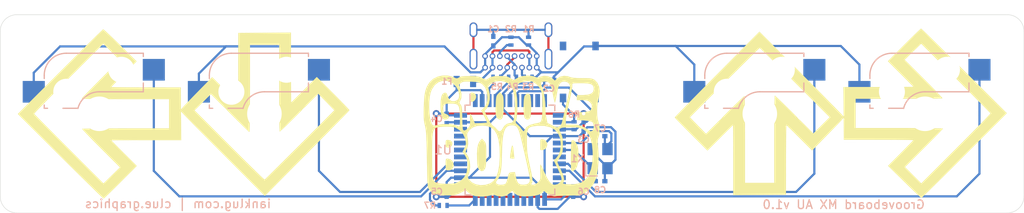
<source format=kicad_pcb>
(kicad_pcb (version 20171130) (host pcbnew "(5.1.5)-3")

  (general
    (thickness 1.6)
    (drawings 13)
    (tracks 241)
    (zones 0)
    (modules 29)
    (nets 20)
  )

  (page A4)
  (layers
    (0 F.Cu signal)
    (31 B.Cu signal)
    (32 B.Adhes user)
    (33 F.Adhes user)
    (34 B.Paste user)
    (35 F.Paste user)
    (36 B.SilkS user)
    (37 F.SilkS user hide)
    (38 B.Mask user)
    (39 F.Mask user)
    (40 Dwgs.User user)
    (41 Cmts.User user)
    (42 Eco1.User user)
    (43 Eco2.User user)
    (44 Edge.Cuts user)
    (45 Margin user)
    (46 B.CrtYd user)
    (47 F.CrtYd user)
    (48 B.Fab user)
    (49 F.Fab user)
  )

  (setup
    (last_trace_width 0.25)
    (trace_clearance 0.2)
    (zone_clearance 0.508)
    (zone_45_only no)
    (trace_min 0.2)
    (via_size 0.8)
    (via_drill 0.4)
    (via_min_size 0.4)
    (via_min_drill 0.3)
    (uvia_size 0.3)
    (uvia_drill 0.1)
    (uvias_allowed no)
    (uvia_min_size 0.2)
    (uvia_min_drill 0.1)
    (edge_width 0.05)
    (segment_width 0.2)
    (pcb_text_width 0.3)
    (pcb_text_size 1.5 1.5)
    (mod_edge_width 0.12)
    (mod_text_size 1 1)
    (mod_text_width 0.15)
    (pad_size 1.524 1.524)
    (pad_drill 0.762)
    (pad_to_mask_clearance 0)
    (aux_axis_origin 0 0)
    (grid_origin 54.737 24.765)
    (visible_elements 7FFFFFFF)
    (pcbplotparams
      (layerselection 0x010fc_ffffffff)
      (usegerberextensions true)
      (usegerberattributes false)
      (usegerberadvancedattributes false)
      (creategerberjobfile false)
      (excludeedgelayer true)
      (linewidth 0.100000)
      (plotframeref false)
      (viasonmask false)
      (mode 1)
      (useauxorigin false)
      (hpglpennumber 1)
      (hpglpenspeed 20)
      (hpglpendiameter 15.000000)
      (psnegative false)
      (psa4output false)
      (plotreference true)
      (plotvalue false)
      (plotinvisibletext false)
      (padsonsilk false)
      (subtractmaskfromsilk true)
      (outputformat 1)
      (mirror false)
      (drillshape 0)
      (scaleselection 1)
      (outputdirectory ""))
  )

  (net 0 "")
  (net 1 "Net-(C1-Pad1)")
  (net 2 GND)
  (net 3 VCC)
  (net 4 "Net-(C7-Pad2)")
  (net 5 "Net-(F1-Pad2)")
  (net 6 "Net-(J1-PadA5)")
  (net 7 "Net-(J1-PadA6)")
  (net 8 "Net-(J1-PadA7)")
  (net 9 "Net-(J1-PadB5)")
  (net 10 RST)
  (net 11 MX1)
  (net 12 MX2)
  (net 13 MX3)
  (net 14 MX4)
  (net 15 D-)
  (net 16 D+)
  (net 17 "Net-(R7-Pad2)")
  (net 18 "Net-(C2-Pad1)")
  (net 19 "Net-(C8-Pad2)")

  (net_class Default "This is the default net class."
    (clearance 0.2)
    (trace_width 0.25)
    (via_dia 0.8)
    (via_drill 0.4)
    (uvia_dia 0.3)
    (uvia_drill 0.1)
    (add_net D+)
    (add_net D-)
    (add_net GND)
    (add_net MX1)
    (add_net MX2)
    (add_net MX3)
    (add_net MX4)
    (add_net "Net-(C1-Pad1)")
    (add_net "Net-(C2-Pad1)")
    (add_net "Net-(C7-Pad2)")
    (add_net "Net-(C8-Pad2)")
    (add_net "Net-(F1-Pad2)")
    (add_net "Net-(J1-PadA5)")
    (add_net "Net-(J1-PadA6)")
    (add_net "Net-(J1-PadA7)")
    (add_net "Net-(J1-PadB5)")
    (add_net "Net-(R7-Pad2)")
    (add_net RST)
    (add_net VCC)
  )

  (module keyswitches:Kailh_socket_MX (layer F.Cu) (tedit 60FC5FF3) (tstamp 60933CF1)
    (at 146.315 34.29)
    (descr "MX-style keyswitch with Kailh socket mount")
    (tags MX,cherry,gateron,kailh,pg1511,socket)
    (path /60A19665)
    (attr smd)
    (fp_text reference MX4 (at 0 -8.255) (layer B.SilkS) hide
      (effects (font (size 1 1) (thickness 0.15)) (justify mirror))
    )
    (fp_text value MX-NoLED (at 0 8.255) (layer F.Fab)
      (effects (font (size 1 1) (thickness 0.15)))
    )
    (fp_text user %V (at -0.635 0.635) (layer B.Fab)
      (effects (font (size 1 1) (thickness 0.15)) (justify mirror))
    )
    (fp_text user %R (at -0.635 -4.445) (layer B.Fab)
      (effects (font (size 1 1) (thickness 0.15)) (justify mirror))
    )
    (fp_line (start -8.89 -3.81) (end -6.35 -3.81) (layer B.Fab) (width 0.12))
    (fp_line (start -8.89 -1.27) (end -8.89 -3.81) (layer B.Fab) (width 0.12))
    (fp_line (start -6.35 -1.27) (end -8.89 -1.27) (layer B.Fab) (width 0.12))
    (fp_line (start 7.62 -3.81) (end 5.08 -3.81) (layer B.Fab) (width 0.12))
    (fp_line (start 7.62 -6.35) (end 7.62 -3.81) (layer B.Fab) (width 0.12))
    (fp_line (start 5.08 -6.35) (end 7.62 -6.35) (layer B.Fab) (width 0.12))
    (fp_line (start 5.08 -2.54) (end 0 -2.54) (layer B.Fab) (width 0.12))
    (fp_line (start 5.08 -6.985) (end 5.08 -2.54) (layer B.Fab) (width 0.12))
    (fp_line (start -3.81 -6.985) (end 5.08 -6.985) (layer B.Fab) (width 0.12))
    (fp_line (start -6.35 -0.635) (end -6.35 -4.445) (layer B.Fab) (width 0.12))
    (fp_line (start -6.35 -0.635) (end -2.54 -0.635) (layer B.Fab) (width 0.12))
    (fp_arc (start 0 0) (end 0 -2.54) (angle -75.96375653) (layer B.Fab) (width 0.12))
    (fp_arc (start -3.81 -4.445) (end -3.81 -6.985) (angle -90) (layer B.Fab) (width 0.12))
    (fp_line (start 5.08 -6.985) (end 5.08 -6.604) (layer B.SilkS) (width 0.15))
    (fp_line (start -3.81 -6.985) (end 5.08 -6.985) (layer B.SilkS) (width 0.15))
    (fp_line (start -6.35 -4.445) (end -6.35 -4.064) (layer B.SilkS) (width 0.15))
    (fp_line (start -5.969 -0.635) (end -6.35 -0.635) (layer B.SilkS) (width 0.15))
    (fp_line (start -2.464162 -0.635) (end -4.191 -0.635) (layer B.SilkS) (width 0.15))
    (fp_line (start 5.08 -2.54) (end 0 -2.54) (layer B.SilkS) (width 0.15))
    (fp_line (start 5.08 -3.556) (end 5.08 -2.54) (layer B.SilkS) (width 0.15))
    (fp_arc (start 0 0) (end 0 -2.54) (angle -75.96375653) (layer B.SilkS) (width 0.15))
    (fp_line (start -6.35 -1.016) (end -6.35 -0.635) (layer B.SilkS) (width 0.15))
    (fp_arc (start -3.81 -4.445) (end -3.81 -6.985) (angle -90) (layer B.SilkS) (width 0.15))
    (fp_line (start -7.5 7.5) (end -7.5 -7.5) (layer F.Fab) (width 0.15))
    (fp_line (start 7.5 7.5) (end -7.5 7.5) (layer F.Fab) (width 0.15))
    (fp_line (start 7.5 -7.5) (end 7.5 7.5) (layer F.Fab) (width 0.15))
    (fp_line (start -7.5 -7.5) (end 7.5 -7.5) (layer F.Fab) (width 0.15))
    (fp_line (start -6.9 6.9) (end -6.9 -6.9) (layer Eco2.User) (width 0.15))
    (fp_line (start 6.9 -6.9) (end 6.9 6.9) (layer Eco2.User) (width 0.15))
    (fp_line (start 6.9 -6.9) (end -6.9 -6.9) (layer Eco2.User) (width 0.15))
    (fp_line (start -6.9 6.9) (end 6.9 6.9) (layer Eco2.User) (width 0.15))
    (pad 2 smd rect (at -7.56 -2.54) (size 2.55 2.5) (layers B.Cu B.Paste B.Mask)
      (net 2 GND))
    (pad "" np_thru_hole circle (at -5.08 0) (size 1.7018 1.7018) (drill 1.7018) (layers *.Cu *.Mask))
    (pad "" np_thru_hole circle (at 5.08 0) (size 1.7018 1.7018) (drill 1.7018) (layers *.Cu *.Mask))
    (pad "" np_thru_hole circle (at 0 0) (size 3.9878 3.9878) (drill 3.9878) (layers *.Cu *.Mask))
    (pad "" np_thru_hole circle (at -3.81 -2.54) (size 3 3) (drill 3) (layers *.Cu *.Mask))
    (pad "" np_thru_hole circle (at 2.54 -5.08) (size 3 3) (drill 3) (layers *.Cu *.Mask))
    (pad 1 smd rect (at 6.29 -5.08) (size 2.55 2.5) (layers B.Cu B.Paste B.Mask)
      (net 14 MX4))
  )

  (module keyswitches:Kailh_socket_MX (layer F.Cu) (tedit 60FC5FE4) (tstamp 60933CD5)
    (at 127.265 34.29)
    (descr "MX-style keyswitch with Kailh socket mount")
    (tags MX,cherry,gateron,kailh,pg1511,socket)
    (path /60A187FF)
    (attr smd)
    (fp_text reference MX3 (at 0 -8.255 180) (layer B.SilkS) hide
      (effects (font (size 1 1) (thickness 0.15)) (justify mirror))
    )
    (fp_text value MX-NoLED (at 0 8.255) (layer F.Fab)
      (effects (font (size 1 1) (thickness 0.15)))
    )
    (fp_text user %V (at -0.635 0.635) (layer B.Fab)
      (effects (font (size 1 1) (thickness 0.15)) (justify mirror))
    )
    (fp_text user %R (at -0.635 -4.445) (layer B.Fab)
      (effects (font (size 1 1) (thickness 0.15)) (justify mirror))
    )
    (fp_line (start -8.89 -3.81) (end -6.35 -3.81) (layer B.Fab) (width 0.12))
    (fp_line (start -8.89 -1.27) (end -8.89 -3.81) (layer B.Fab) (width 0.12))
    (fp_line (start -6.35 -1.27) (end -8.89 -1.27) (layer B.Fab) (width 0.12))
    (fp_line (start 7.62 -3.81) (end 5.08 -3.81) (layer B.Fab) (width 0.12))
    (fp_line (start 7.62 -6.35) (end 7.62 -3.81) (layer B.Fab) (width 0.12))
    (fp_line (start 5.08 -6.35) (end 7.62 -6.35) (layer B.Fab) (width 0.12))
    (fp_line (start 5.08 -2.54) (end 0 -2.54) (layer B.Fab) (width 0.12))
    (fp_line (start 5.08 -6.985) (end 5.08 -2.54) (layer B.Fab) (width 0.12))
    (fp_line (start -3.81 -6.985) (end 5.08 -6.985) (layer B.Fab) (width 0.12))
    (fp_line (start -6.35 -0.635) (end -6.35 -4.445) (layer B.Fab) (width 0.12))
    (fp_line (start -6.35 -0.635) (end -2.54 -0.635) (layer B.Fab) (width 0.12))
    (fp_arc (start 0 0) (end 0 -2.54) (angle -75.96375653) (layer B.Fab) (width 0.12))
    (fp_arc (start -3.81 -4.445) (end -3.81 -6.985) (angle -90) (layer B.Fab) (width 0.12))
    (fp_line (start 5.08 -6.985) (end 5.08 -6.604) (layer B.SilkS) (width 0.15))
    (fp_line (start -3.81 -6.985) (end 5.08 -6.985) (layer B.SilkS) (width 0.15))
    (fp_line (start -6.35 -4.445) (end -6.35 -4.064) (layer B.SilkS) (width 0.15))
    (fp_line (start -5.969 -0.635) (end -6.35 -0.635) (layer B.SilkS) (width 0.15))
    (fp_line (start -2.464162 -0.635) (end -4.191 -0.635) (layer B.SilkS) (width 0.15))
    (fp_line (start 5.08 -2.54) (end 0 -2.54) (layer B.SilkS) (width 0.15))
    (fp_line (start 5.08 -3.556) (end 5.08 -2.54) (layer B.SilkS) (width 0.15))
    (fp_arc (start 0 0) (end 0 -2.54) (angle -75.96375653) (layer B.SilkS) (width 0.15))
    (fp_line (start -6.35 -1.016) (end -6.35 -0.635) (layer B.SilkS) (width 0.15))
    (fp_arc (start -3.81 -4.445) (end -3.81 -6.985) (angle -90) (layer B.SilkS) (width 0.15))
    (fp_line (start -7.5 7.5) (end -7.5 -7.5) (layer F.Fab) (width 0.15))
    (fp_line (start 7.5 7.5) (end -7.5 7.5) (layer F.Fab) (width 0.15))
    (fp_line (start 7.5 -7.5) (end 7.5 7.5) (layer F.Fab) (width 0.15))
    (fp_line (start -7.5 -7.5) (end 7.5 -7.5) (layer F.Fab) (width 0.15))
    (fp_line (start -6.9 6.9) (end -6.9 -6.9) (layer Eco2.User) (width 0.15))
    (fp_line (start 6.9 -6.9) (end 6.9 6.9) (layer Eco2.User) (width 0.15))
    (fp_line (start 6.9 -6.9) (end -6.9 -6.9) (layer Eco2.User) (width 0.15))
    (fp_line (start -6.9 6.9) (end 6.9 6.9) (layer Eco2.User) (width 0.15))
    (pad 2 smd rect (at -7.56 -2.54) (size 2.55 2.5) (layers B.Cu B.Paste B.Mask)
      (net 2 GND))
    (pad "" np_thru_hole circle (at -5.08 0) (size 1.7018 1.7018) (drill 1.7018) (layers *.Cu *.Mask))
    (pad "" np_thru_hole circle (at 5.08 0) (size 1.7018 1.7018) (drill 1.7018) (layers *.Cu *.Mask))
    (pad "" np_thru_hole circle (at 0 0) (size 3.9878 3.9878) (drill 3.9878) (layers *.Cu *.Mask))
    (pad "" np_thru_hole circle (at -3.81 -2.54) (size 3 3) (drill 3) (layers *.Cu *.Mask))
    (pad "" np_thru_hole circle (at 2.54 -5.08) (size 3 3) (drill 3) (layers *.Cu *.Mask))
    (pad 1 smd rect (at 6.29 -5.08) (size 2.55 2.5) (layers B.Cu B.Paste B.Mask)
      (net 13 MX3))
  )

  (module keyswitches:Kailh_socket_MX (layer F.Cu) (tedit 60FC5FD6) (tstamp 60933C9D)
    (at 51.062 34.29)
    (descr "MX-style keyswitch with Kailh socket mount")
    (tags MX,cherry,gateron,kailh,pg1511,socket)
    (path /60A03FDE)
    (attr smd)
    (fp_text reference MX1 (at 0 -8.255) (layer B.SilkS) hide
      (effects (font (size 1 1) (thickness 0.15)) (justify mirror))
    )
    (fp_text value MX-NoLED (at 0 8.255) (layer F.Fab)
      (effects (font (size 1 1) (thickness 0.15)))
    )
    (fp_text user %V (at -0.635 0.635) (layer B.Fab)
      (effects (font (size 1 1) (thickness 0.15)) (justify mirror))
    )
    (fp_text user %R (at -0.635 -4.445) (layer B.Fab)
      (effects (font (size 1 1) (thickness 0.15)) (justify mirror))
    )
    (fp_line (start -8.89 -3.81) (end -6.35 -3.81) (layer B.Fab) (width 0.12))
    (fp_line (start -8.89 -1.27) (end -8.89 -3.81) (layer B.Fab) (width 0.12))
    (fp_line (start -6.35 -1.27) (end -8.89 -1.27) (layer B.Fab) (width 0.12))
    (fp_line (start 7.62 -3.81) (end 5.08 -3.81) (layer B.Fab) (width 0.12))
    (fp_line (start 7.62 -6.35) (end 7.62 -3.81) (layer B.Fab) (width 0.12))
    (fp_line (start 5.08 -6.35) (end 7.62 -6.35) (layer B.Fab) (width 0.12))
    (fp_line (start 5.08 -2.54) (end 0 -2.54) (layer B.Fab) (width 0.12))
    (fp_line (start 5.08 -6.985) (end 5.08 -2.54) (layer B.Fab) (width 0.12))
    (fp_line (start -3.81 -6.985) (end 5.08 -6.985) (layer B.Fab) (width 0.12))
    (fp_line (start -6.35 -0.635) (end -6.35 -4.445) (layer B.Fab) (width 0.12))
    (fp_line (start -6.35 -0.635) (end -2.54 -0.635) (layer B.Fab) (width 0.12))
    (fp_arc (start 0 0) (end 0 -2.54) (angle -75.96375653) (layer B.Fab) (width 0.12))
    (fp_arc (start -3.81 -4.445) (end -3.81 -6.985) (angle -90) (layer B.Fab) (width 0.12))
    (fp_line (start 5.08 -6.985) (end 5.08 -6.604) (layer B.SilkS) (width 0.15))
    (fp_line (start -3.81 -6.985) (end 5.08 -6.985) (layer B.SilkS) (width 0.15))
    (fp_line (start -6.35 -4.445) (end -6.35 -4.064) (layer B.SilkS) (width 0.15))
    (fp_line (start -5.969 -0.635) (end -6.35 -0.635) (layer B.SilkS) (width 0.15))
    (fp_line (start -2.464162 -0.635) (end -4.191 -0.635) (layer B.SilkS) (width 0.15))
    (fp_line (start 5.08 -2.54) (end 0 -2.54) (layer B.SilkS) (width 0.15))
    (fp_line (start 5.08 -3.556) (end 5.08 -2.54) (layer B.SilkS) (width 0.15))
    (fp_arc (start 0 0) (end 0 -2.54) (angle -75.96375653) (layer B.SilkS) (width 0.15))
    (fp_line (start -6.35 -1.016) (end -6.35 -0.635) (layer B.SilkS) (width 0.15))
    (fp_arc (start -3.81 -4.445) (end -3.81 -6.985) (angle -90) (layer B.SilkS) (width 0.15))
    (fp_line (start -7.5 7.5) (end -7.5 -7.5) (layer F.Fab) (width 0.15))
    (fp_line (start 7.5 7.5) (end -7.5 7.5) (layer F.Fab) (width 0.15))
    (fp_line (start 7.5 -7.5) (end 7.5 7.5) (layer F.Fab) (width 0.15))
    (fp_line (start -7.5 -7.5) (end 7.5 -7.5) (layer F.Fab) (width 0.15))
    (fp_line (start -6.9 6.9) (end -6.9 -6.9) (layer Eco2.User) (width 0.15))
    (fp_line (start 6.9 -6.9) (end 6.9 6.9) (layer Eco2.User) (width 0.15))
    (fp_line (start 6.9 -6.9) (end -6.9 -6.9) (layer Eco2.User) (width 0.15))
    (fp_line (start -6.9 6.9) (end 6.9 6.9) (layer Eco2.User) (width 0.15))
    (pad 2 smd rect (at -7.56 -2.54) (size 2.55 2.5) (layers B.Cu B.Paste B.Mask)
      (net 2 GND))
    (pad "" np_thru_hole circle (at -5.08 0) (size 1.7018 1.7018) (drill 1.7018) (layers *.Cu *.Mask))
    (pad "" np_thru_hole circle (at 5.08 0) (size 1.7018 1.7018) (drill 1.7018) (layers *.Cu *.Mask))
    (pad "" np_thru_hole circle (at 0 0) (size 3.9878 3.9878) (drill 3.9878) (layers *.Cu *.Mask))
    (pad "" np_thru_hole circle (at -3.81 -2.54) (size 3 3) (drill 3) (layers *.Cu *.Mask))
    (pad "" np_thru_hole circle (at 2.54 -5.08) (size 3 3) (drill 3) (layers *.Cu *.Mask))
    (pad 1 smd rect (at 6.29 -5.08) (size 2.55 2.5) (layers B.Cu B.Paste B.Mask)
      (net 11 MX1))
  )

  (module keyswitches:Kailh_socket_MX (layer F.Cu) (tedit 60FC5FC0) (tstamp 60933CB9)
    (at 70.112 34.29)
    (descr "MX-style keyswitch with Kailh socket mount")
    (tags MX,cherry,gateron,kailh,pg1511,socket)
    (path /60A17670)
    (attr smd)
    (fp_text reference MX2 (at 0 -8.255) (layer B.SilkS) hide
      (effects (font (size 1 1) (thickness 0.15)) (justify mirror))
    )
    (fp_text value MX-NoLED (at 0 8.255) (layer F.Fab)
      (effects (font (size 1 1) (thickness 0.15)))
    )
    (fp_text user %V (at -0.635 0.635) (layer B.Fab)
      (effects (font (size 1 1) (thickness 0.15)) (justify mirror))
    )
    (fp_text user %R (at -0.635 -4.445) (layer B.Fab)
      (effects (font (size 1 1) (thickness 0.15)) (justify mirror))
    )
    (fp_line (start -8.89 -3.81) (end -6.35 -3.81) (layer B.Fab) (width 0.12))
    (fp_line (start -8.89 -1.27) (end -8.89 -3.81) (layer B.Fab) (width 0.12))
    (fp_line (start -6.35 -1.27) (end -8.89 -1.27) (layer B.Fab) (width 0.12))
    (fp_line (start 7.62 -3.81) (end 5.08 -3.81) (layer B.Fab) (width 0.12))
    (fp_line (start 7.62 -6.35) (end 7.62 -3.81) (layer B.Fab) (width 0.12))
    (fp_line (start 5.08 -6.35) (end 7.62 -6.35) (layer B.Fab) (width 0.12))
    (fp_line (start 5.08 -2.54) (end 0 -2.54) (layer B.Fab) (width 0.12))
    (fp_line (start 5.08 -6.985) (end 5.08 -2.54) (layer B.Fab) (width 0.12))
    (fp_line (start -3.81 -6.985) (end 5.08 -6.985) (layer B.Fab) (width 0.12))
    (fp_line (start -6.35 -0.635) (end -6.35 -4.445) (layer B.Fab) (width 0.12))
    (fp_line (start -6.35 -0.635) (end -2.54 -0.635) (layer B.Fab) (width 0.12))
    (fp_arc (start 0 0) (end 0 -2.54) (angle -75.96375653) (layer B.Fab) (width 0.12))
    (fp_arc (start -3.81 -4.445) (end -3.81 -6.985) (angle -90) (layer B.Fab) (width 0.12))
    (fp_line (start 5.08 -6.985) (end 5.08 -6.604) (layer B.SilkS) (width 0.15))
    (fp_line (start -3.81 -6.985) (end 5.08 -6.985) (layer B.SilkS) (width 0.15))
    (fp_line (start -6.35 -4.445) (end -6.35 -4.064) (layer B.SilkS) (width 0.15))
    (fp_line (start -5.969 -0.635) (end -6.35 -0.635) (layer B.SilkS) (width 0.15))
    (fp_line (start -2.464162 -0.635) (end -4.191 -0.635) (layer B.SilkS) (width 0.15))
    (fp_line (start 5.08 -2.54) (end 0 -2.54) (layer B.SilkS) (width 0.15))
    (fp_line (start 5.08 -3.556) (end 5.08 -2.54) (layer B.SilkS) (width 0.15))
    (fp_arc (start 0 0) (end 0 -2.54) (angle -75.96375653) (layer B.SilkS) (width 0.15))
    (fp_line (start -6.35 -1.016) (end -6.35 -0.635) (layer B.SilkS) (width 0.15))
    (fp_arc (start -3.81 -4.445) (end -3.81 -6.985) (angle -90) (layer B.SilkS) (width 0.15))
    (fp_line (start -7.5 7.5) (end -7.5 -7.5) (layer F.Fab) (width 0.15))
    (fp_line (start 7.5 7.5) (end -7.5 7.5) (layer F.Fab) (width 0.15))
    (fp_line (start 7.5 -7.5) (end 7.5 7.5) (layer F.Fab) (width 0.15))
    (fp_line (start -7.5 -7.5) (end 7.5 -7.5) (layer F.Fab) (width 0.15))
    (fp_line (start -6.9 6.9) (end -6.9 -6.9) (layer Eco2.User) (width 0.15))
    (fp_line (start 6.9 -6.9) (end 6.9 6.9) (layer Eco2.User) (width 0.15))
    (fp_line (start 6.9 -6.9) (end -6.9 -6.9) (layer Eco2.User) (width 0.15))
    (fp_line (start -6.9 6.9) (end 6.9 6.9) (layer Eco2.User) (width 0.15))
    (pad 2 smd rect (at -7.56 -2.54) (size 2.55 2.5) (layers B.Cu B.Paste B.Mask)
      (net 2 GND))
    (pad "" np_thru_hole circle (at -5.08 0) (size 1.7018 1.7018) (drill 1.7018) (layers *.Cu *.Mask))
    (pad "" np_thru_hole circle (at 5.08 0) (size 1.7018 1.7018) (drill 1.7018) (layers *.Cu *.Mask))
    (pad "" np_thru_hole circle (at 0 0) (size 3.9878 3.9878) (drill 3.9878) (layers *.Cu *.Mask))
    (pad "" np_thru_hole circle (at -3.81 -2.54) (size 3 3) (drill 3) (layers *.Cu *.Mask))
    (pad "" np_thru_hole circle (at 2.54 -5.08) (size 3 3) (drill 3) (layers *.Cu *.Mask))
    (pad 1 smd rect (at 6.29 -5.08) (size 2.55 2.5) (layers B.Cu B.Paste B.Mask)
      (net 12 MX2))
  )

  (module Keebio-Parts:Crystal_SMD_3225-4pin_3.2x2.5mm (layer B.Cu) (tedit 6092F583) (tstamp 60933DE8)
    (at 108.837 39.465 90)
    (descr "SMD Crystal SERIES SMD3225/4 http://www.txccrystal.com/images/pdf/7m-accuracy.pdf, 3.2x2.5mm^2 package")
    (tags "SMD SMT crystal")
    (path /60960DC2)
    (attr smd)
    (fp_text reference X1 (at 0 -2.625 180) (layer B.SilkS)
      (effects (font (size 0.8 0.8) (thickness 0.15)) (justify mirror))
    )
    (fp_text value 16MHz (at 0 -2.45 90) (layer B.Fab)
      (effects (font (size 1 1) (thickness 0.15)) (justify mirror))
    )
    (fp_line (start 2.1 1.7) (end -2.1 1.7) (layer B.CrtYd) (width 0.05))
    (fp_line (start 2.1 -1.7) (end 2.1 1.7) (layer B.CrtYd) (width 0.05))
    (fp_line (start -2.1 -1.7) (end 2.1 -1.7) (layer B.CrtYd) (width 0.05))
    (fp_line (start -2.1 1.7) (end -2.1 -1.7) (layer B.CrtYd) (width 0.05))
    (fp_line (start -2 -1.65) (end -0.4 -1.65) (layer B.SilkS) (width 0.12))
    (fp_line (start -2 -0.3) (end -2 -1.65) (layer B.SilkS) (width 0.12))
    (fp_line (start -1.6 -0.25) (end -0.6 -1.25) (layer B.Fab) (width 0.1))
    (fp_line (start 1.6 1.25) (end -1.6 1.25) (layer B.Fab) (width 0.1))
    (fp_line (start 1.6 -1.25) (end 1.6 1.25) (layer B.Fab) (width 0.1))
    (fp_line (start -1.6 -1.25) (end 1.6 -1.25) (layer B.Fab) (width 0.1))
    (fp_line (start -1.6 1.25) (end -1.6 -1.25) (layer B.Fab) (width 0.1))
    (fp_text user %R (at 0 3.556 90) (layer B.Fab)
      (effects (font (size 0.7 0.7) (thickness 0.105)) (justify mirror))
    )
    (pad 1 smd rect (at -1.1 -0.85 90) (size 1.4 1.2) (layers B.Cu B.Paste B.Mask)
      (net 19 "Net-(C8-Pad2)"))
    (pad 2 smd rect (at 1.1 -0.85 90) (size 1.4 1.2) (layers B.Cu B.Paste B.Mask)
      (net 2 GND))
    (pad 3 smd rect (at 1.1 0.85 90) (size 1.4 1.2) (layers B.Cu B.Paste B.Mask)
      (net 4 "Net-(C7-Pad2)"))
    (pad 4 smd rect (at -1.1 0.85 90) (size 1.4 1.2) (layers B.Cu B.Paste B.Mask)
      (net 2 GND))
    (model ${KISYS3DMOD}/Crystal.3dshapes/Crystal_SMD_3225-4Pin_3.2x2.5mm.wrl
      (at (xyz 0 0 0))
      (scale (xyz 1 1 1))
      (rotate (xyz 0 0 0))
    )
  )

  (module Package_QFP:TQFP-44_10x10mm_P0.8mm (layer B.Cu) (tedit 5A02F146) (tstamp 60DBF056)
    (at 98.437 38.465 270)
    (descr "44-Lead Plastic Thin Quad Flatpack (PT) - 10x10x1.0 mm Body [TQFP] (see Microchip Packaging Specification 00000049BS.pdf)")
    (tags "QFP 0.8")
    (path /60DB9CEE)
    (attr smd)
    (fp_text reference U1 (at 0 7.7 180) (layer B.SilkS)
      (effects (font (size 1 1) (thickness 0.15)) (justify mirror))
    )
    (fp_text value ATmega32U4-AU (at 0 -7.45 90) (layer B.Fab)
      (effects (font (size 1 1) (thickness 0.15)) (justify mirror))
    )
    (fp_line (start -5.175 4.6) (end -6.45 4.6) (layer B.SilkS) (width 0.15))
    (fp_line (start 5.175 5.175) (end 4.5 5.175) (layer B.SilkS) (width 0.15))
    (fp_line (start 5.175 -5.175) (end 4.5 -5.175) (layer B.SilkS) (width 0.15))
    (fp_line (start -5.175 -5.175) (end -4.5 -5.175) (layer B.SilkS) (width 0.15))
    (fp_line (start -5.175 5.175) (end -4.5 5.175) (layer B.SilkS) (width 0.15))
    (fp_line (start -5.175 -5.175) (end -5.175 -4.5) (layer B.SilkS) (width 0.15))
    (fp_line (start 5.175 -5.175) (end 5.175 -4.5) (layer B.SilkS) (width 0.15))
    (fp_line (start 5.175 5.175) (end 5.175 4.5) (layer B.SilkS) (width 0.15))
    (fp_line (start -5.175 5.175) (end -5.175 4.6) (layer B.SilkS) (width 0.15))
    (fp_line (start -6.7 -6.7) (end 6.7 -6.7) (layer B.CrtYd) (width 0.05))
    (fp_line (start -6.7 6.7) (end 6.7 6.7) (layer B.CrtYd) (width 0.05))
    (fp_line (start 6.7 6.7) (end 6.7 -6.7) (layer B.CrtYd) (width 0.05))
    (fp_line (start -6.7 6.7) (end -6.7 -6.7) (layer B.CrtYd) (width 0.05))
    (fp_line (start -5 4) (end -4 5) (layer B.Fab) (width 0.15))
    (fp_line (start -5 -5) (end -5 4) (layer B.Fab) (width 0.15))
    (fp_line (start 5 -5) (end -5 -5) (layer B.Fab) (width 0.15))
    (fp_line (start 5 5) (end 5 -5) (layer B.Fab) (width 0.15))
    (fp_line (start -4 5) (end 5 5) (layer B.Fab) (width 0.15))
    (fp_text user %R (at 0 0 90) (layer B.Fab)
      (effects (font (size 1 1) (thickness 0.15)) (justify mirror))
    )
    (pad 44 smd rect (at -4 5.7 180) (size 1.5 0.55) (layers B.Cu B.Paste B.Mask)
      (net 3 VCC))
    (pad 43 smd rect (at -3.2 5.7 180) (size 1.5 0.55) (layers B.Cu B.Paste B.Mask)
      (net 2 GND))
    (pad 42 smd rect (at -2.4 5.7 180) (size 1.5 0.55) (layers B.Cu B.Paste B.Mask))
    (pad 41 smd rect (at -1.6 5.7 180) (size 1.5 0.55) (layers B.Cu B.Paste B.Mask))
    (pad 40 smd rect (at -0.8 5.7 180) (size 1.5 0.55) (layers B.Cu B.Paste B.Mask))
    (pad 39 smd rect (at 0 5.7 180) (size 1.5 0.55) (layers B.Cu B.Paste B.Mask))
    (pad 38 smd rect (at 0.8 5.7 180) (size 1.5 0.55) (layers B.Cu B.Paste B.Mask))
    (pad 37 smd rect (at 1.6 5.7 180) (size 1.5 0.55) (layers B.Cu B.Paste B.Mask)
      (net 12 MX2))
    (pad 36 smd rect (at 2.4 5.7 180) (size 1.5 0.55) (layers B.Cu B.Paste B.Mask)
      (net 11 MX1))
    (pad 35 smd rect (at 3.2 5.7 180) (size 1.5 0.55) (layers B.Cu B.Paste B.Mask)
      (net 2 GND))
    (pad 34 smd rect (at 4 5.7 180) (size 1.5 0.55) (layers B.Cu B.Paste B.Mask)
      (net 3 VCC))
    (pad 33 smd rect (at 5.7 4 270) (size 1.5 0.55) (layers B.Cu B.Paste B.Mask)
      (net 17 "Net-(R7-Pad2)"))
    (pad 32 smd rect (at 5.7 3.2 270) (size 1.5 0.55) (layers B.Cu B.Paste B.Mask))
    (pad 31 smd rect (at 5.7 2.4 270) (size 1.5 0.55) (layers B.Cu B.Paste B.Mask))
    (pad 30 smd rect (at 5.7 1.6 270) (size 1.5 0.55) (layers B.Cu B.Paste B.Mask))
    (pad 29 smd rect (at 5.7 0.8 270) (size 1.5 0.55) (layers B.Cu B.Paste B.Mask))
    (pad 28 smd rect (at 5.7 0 270) (size 1.5 0.55) (layers B.Cu B.Paste B.Mask))
    (pad 27 smd rect (at 5.7 -0.8 270) (size 1.5 0.55) (layers B.Cu B.Paste B.Mask))
    (pad 26 smd rect (at 5.7 -1.6 270) (size 1.5 0.55) (layers B.Cu B.Paste B.Mask))
    (pad 25 smd rect (at 5.7 -2.4 270) (size 1.5 0.55) (layers B.Cu B.Paste B.Mask))
    (pad 24 smd rect (at 5.7 -3.2 270) (size 1.5 0.55) (layers B.Cu B.Paste B.Mask)
      (net 3 VCC))
    (pad 23 smd rect (at 5.7 -4 270) (size 1.5 0.55) (layers B.Cu B.Paste B.Mask)
      (net 2 GND))
    (pad 22 smd rect (at 4 -5.7 180) (size 1.5 0.55) (layers B.Cu B.Paste B.Mask))
    (pad 21 smd rect (at 3.2 -5.7 180) (size 1.5 0.55) (layers B.Cu B.Paste B.Mask))
    (pad 20 smd rect (at 2.4 -5.7 180) (size 1.5 0.55) (layers B.Cu B.Paste B.Mask)
      (net 14 MX4))
    (pad 19 smd rect (at 1.6 -5.7 180) (size 1.5 0.55) (layers B.Cu B.Paste B.Mask)
      (net 13 MX3))
    (pad 18 smd rect (at 0.8 -5.7 180) (size 1.5 0.55) (layers B.Cu B.Paste B.Mask))
    (pad 17 smd rect (at 0 -5.7 180) (size 1.5 0.55) (layers B.Cu B.Paste B.Mask)
      (net 19 "Net-(C8-Pad2)"))
    (pad 16 smd rect (at -0.8 -5.7 180) (size 1.5 0.55) (layers B.Cu B.Paste B.Mask)
      (net 4 "Net-(C7-Pad2)"))
    (pad 15 smd rect (at -1.6 -5.7 180) (size 1.5 0.55) (layers B.Cu B.Paste B.Mask)
      (net 2 GND))
    (pad 14 smd rect (at -2.4 -5.7 180) (size 1.5 0.55) (layers B.Cu B.Paste B.Mask)
      (net 3 VCC))
    (pad 13 smd rect (at -3.2 -5.7 180) (size 1.5 0.55) (layers B.Cu B.Paste B.Mask)
      (net 10 RST))
    (pad 12 smd rect (at -4 -5.7 180) (size 1.5 0.55) (layers B.Cu B.Paste B.Mask))
    (pad 11 smd rect (at -5.7 -4 270) (size 1.5 0.55) (layers B.Cu B.Paste B.Mask))
    (pad 10 smd rect (at -5.7 -3.2 270) (size 1.5 0.55) (layers B.Cu B.Paste B.Mask))
    (pad 9 smd rect (at -5.7 -2.4 270) (size 1.5 0.55) (layers B.Cu B.Paste B.Mask))
    (pad 8 smd rect (at -5.7 -1.6 270) (size 1.5 0.55) (layers B.Cu B.Paste B.Mask))
    (pad 7 smd rect (at -5.7 -0.8 270) (size 1.5 0.55) (layers B.Cu B.Paste B.Mask)
      (net 3 VCC))
    (pad 6 smd rect (at -5.7 0 270) (size 1.5 0.55) (layers B.Cu B.Paste B.Mask)
      (net 18 "Net-(C2-Pad1)"))
    (pad 5 smd rect (at -5.7 0.8 270) (size 1.5 0.55) (layers B.Cu B.Paste B.Mask)
      (net 2 GND))
    (pad 4 smd rect (at -5.7 1.6 270) (size 1.5 0.55) (layers B.Cu B.Paste B.Mask)
      (net 16 D+))
    (pad 3 smd rect (at -5.7 2.4 270) (size 1.5 0.55) (layers B.Cu B.Paste B.Mask)
      (net 15 D-))
    (pad 2 smd rect (at -5.7 3.2 270) (size 1.5 0.55) (layers B.Cu B.Paste B.Mask)
      (net 3 VCC))
    (pad 1 smd rect (at -5.7 4 270) (size 1.5 0.55) (layers B.Cu B.Paste B.Mask))
    (model ${KISYS3DMOD}/Package_QFP.3dshapes/TQFP-44_10x10mm_P0.8mm.wrl
      (at (xyz 0 0 0))
      (scale (xyz 1 1 1))
      (rotate (xyz 0 0 0))
    )
  )

  (module Type-C:USB_C_GCT_USB4085 (layer F.Cu) (tedit 60957D1C) (tstamp 6095D76F)
    (at 98.552 22.86 180)
    (path /60958AC4)
    (fp_text reference J1 (at 0 1.85 180) (layer F.SilkS) hide
      (effects (font (size 1 1) (thickness 0.15)))
    )
    (fp_text value USB_C_Receptacle_USB2.0 (at 0 0.85 180) (layer F.Fab)
      (effects (font (size 1 1) (thickness 0.15)))
    )
    (pad S1 thru_hole oval (at 4.325 -1.74 180) (size 0.9 1.7) (drill oval 0.6 1.4) (layers *.Cu *.Mask)
      (net 1 "Net-(C1-Pad1)"))
    (pad S1 thru_hole oval (at -4.325 -1.74 180) (size 0.9 1.7) (drill oval 0.6 1.4) (layers *.Cu *.Mask)
      (net 1 "Net-(C1-Pad1)"))
    (pad S1 thru_hole oval (at 4.325 -5.12 180) (size 0.9 2.4) (drill oval 0.6 2.1) (layers *.Cu *.Mask)
      (net 1 "Net-(C1-Pad1)"))
    (pad S1 thru_hole oval (at -4.325 -5.12 180) (size 0.9 2.4) (drill oval 0.6 2.1) (layers *.Cu *.Mask)
      (net 1 "Net-(C1-Pad1)"))
    (pad B1 thru_hole circle (at 2.98 -4.775 180) (size 0.65 0.65) (drill 0.4) (layers *.Cu *.Mask)
      (net 2 GND))
    (pad B4 thru_hole circle (at 2.13 -4.775 180) (size 0.65 0.65) (drill 0.4) (layers *.Cu *.Mask)
      (net 5 "Net-(F1-Pad2)"))
    (pad B5 thru_hole circle (at 1.28 -4.775 180) (size 0.65 0.65) (drill 0.4) (layers *.Cu *.Mask)
      (net 9 "Net-(J1-PadB5)"))
    (pad B6 thru_hole circle (at 0.43 -4.775 180) (size 0.65 0.65) (drill 0.4) (layers *.Cu *.Mask)
      (net 7 "Net-(J1-PadA6)"))
    (pad B7 thru_hole circle (at -0.42 -4.775 180) (size 0.65 0.65) (drill 0.4) (layers *.Cu *.Mask)
      (net 8 "Net-(J1-PadA7)"))
    (pad B8 thru_hole circle (at -1.27 -4.775 180) (size 0.65 0.65) (drill 0.4) (layers *.Cu *.Mask))
    (pad B9 thru_hole circle (at -2.12 -4.775 180) (size 0.65 0.65) (drill 0.4) (layers *.Cu *.Mask)
      (net 5 "Net-(F1-Pad2)"))
    (pad B12 thru_hole circle (at -2.975 -4.775 180) (size 0.65 0.65) (drill 0.4) (layers *.Cu *.Mask)
      (net 2 GND))
    (pad A12 thru_hole circle (at 2.975 -6.1 180) (size 0.65 0.65) (drill 0.4) (layers *.Cu *.Mask)
      (net 2 GND))
    (pad A9 thru_hole circle (at 2.125 -6.1 180) (size 0.65 0.65) (drill 0.4) (layers *.Cu *.Mask)
      (net 5 "Net-(F1-Pad2)"))
    (pad A8 thru_hole circle (at 1.275 -6.1 180) (size 0.65 0.65) (drill 0.4) (layers *.Cu *.Mask))
    (pad A7 thru_hole circle (at 0.425 -6.1 180) (size 0.65 0.65) (drill 0.4) (layers *.Cu *.Mask)
      (net 8 "Net-(J1-PadA7)"))
    (pad A6 thru_hole circle (at -0.425 -6.1 180) (size 0.65 0.65) (drill 0.4) (layers *.Cu *.Mask)
      (net 7 "Net-(J1-PadA6)"))
    (pad A4 thru_hole circle (at -2.125 -6.1 180) (size 0.65 0.65) (drill 0.4) (layers *.Cu *.Mask)
      (net 5 "Net-(F1-Pad2)"))
    (pad A1 thru_hole circle (at -2.975 -6.1 180) (size 0.65 0.65) (drill 0.4) (layers *.Cu *.Mask)
      (net 2 GND))
    (pad A5 thru_hole circle (at -1.275 -6.1 180) (size 0.65 0.65) (drill 0.4) (layers *.Cu *.Mask)
      (net 6 "Net-(J1-PadA5)"))
  )

  (module grooveboard:left-arrow (layer F.Cu) (tedit 0) (tstamp 609533BD)
    (at 146.287 34.265 180)
    (attr smd)
    (fp_text reference G*** (at 0 0) (layer F.SilkS) hide
      (effects (font (size 1.524 1.524) (thickness 0.3)))
    )
    (fp_text value LOGO (at 0.75 0) (layer F.SilkS) hide
      (effects (font (size 1.524 1.524) (thickness 0.3)))
    )
    (fp_poly (pts (xy 0.457711 -9.670313) (xy 0.644569 -9.505181) (xy 0.924014 -9.246605) (xy 1.280153 -8.909541)
      (xy 1.697092 -8.508941) (xy 2.158935 -8.059763) (xy 2.3407 -7.881612) (xy 4.229281 -6.026709)
      (xy 2.771537 -4.567071) (xy 2.360948 -4.154202) (xy 1.995125 -3.783001) (xy 1.691221 -3.47115)
      (xy 1.466395 -3.236335) (xy 1.337801 -3.09624) (xy 1.313921 -3.064579) (xy 1.398644 -3.055774)
      (xy 1.641202 -3.047486) (xy 2.024257 -3.03991) (xy 2.530473 -3.033239) (xy 3.142511 -3.027669)
      (xy 3.843034 -3.023394) (xy 4.614706 -3.02061) (xy 5.320989 -3.019556) (xy 9.327931 -3.017388)
      (xy 9.350962 0.024064) (xy 9.373994 3.065517) (xy 5.343893 3.065517) (xy 4.522529 3.06609)
      (xy 3.757379 3.067731) (xy 3.065729 3.070324) (xy 2.464867 3.073751) (xy 1.972079 3.077895)
      (xy 1.604652 3.08264) (xy 1.379873 3.087868) (xy 1.313793 3.092784) (xy 1.37314 3.159518)
      (xy 1.539748 3.332184) (xy 1.796469 3.593393) (xy 2.126154 3.925756) (xy 2.511654 4.311888)
      (xy 2.780862 4.58031) (xy 4.247931 6.040569) (xy 2.365591 7.925112) (xy 1.894247 8.39498)
      (xy 1.461918 8.822073) (xy 1.084232 9.19126) (xy 0.776813 9.487411) (xy 0.555288 9.695397)
      (xy 0.435283 9.800089) (xy 0.419282 9.809655) (xy 0.348601 9.749383) (xy 0.163333 9.574776)
      (xy -0.127026 9.295148) (xy -0.512982 8.919813) (xy -0.985038 8.458083) (xy -1.5337 7.919273)
      (xy -2.149472 7.312695) (xy -2.822859 6.647665) (xy -3.544365 5.933494) (xy -4.304496 5.179497)
      (xy -4.558977 4.926724) (xy -9.473265 0.043793) (xy -9.453301 0.023866) (xy -7.597447 0.023866)
      (xy -7.534785 0.09232) (xy -7.361069 0.27163) (xy -7.088892 0.549161) (xy -6.730846 0.912273)
      (xy -6.299524 1.348328) (xy -5.807518 1.844688) (xy -5.267421 2.388715) (xy -4.691826 2.967771)
      (xy -4.093325 3.569218) (xy -3.484512 4.180417) (xy -2.877978 4.78873) (xy -2.286316 5.381519)
      (xy -1.722119 5.946145) (xy -1.19798 6.469972) (xy -0.726491 6.94036) (xy -0.320245 7.344671)
      (xy 0.008166 7.670268) (xy 0.246148 7.904511) (xy 0.38111 8.034763) (xy 0.407492 8.057754)
      (xy 0.471193 7.999953) (xy 0.637931 7.840523) (xy 0.885803 7.600617) (xy 1.192907 7.301388)
      (xy 1.366489 7.13157) (xy 2.312131 6.20521) (xy 0.105599 4.007095) (xy -0.402388 3.498317)
      (xy -0.866345 3.028368) (xy -1.272663 2.611442) (xy -1.607728 2.261737) (xy -1.857928 1.993449)
      (xy -2.009651 1.820774) (xy -2.05046 1.758455) (xy -1.955988 1.749158) (xy -1.702098 1.740414)
      (xy -1.304542 1.732382) (xy -0.779075 1.72522) (xy -0.141449 1.719085) (xy 0.592581 1.714136)
      (xy 1.407262 1.710531) (xy 2.286842 1.708428) (xy 2.985134 1.707931) (xy 7.970255 1.707931)
      (xy 7.9703 0.021896) (xy 7.970345 -1.664138) (xy 2.934138 -1.664138) (xy 2.013018 -1.665258)
      (xy 1.146289 -1.668482) (xy 0.349414 -1.673606) (xy -0.362142 -1.680427) (xy -0.972915 -1.68874)
      (xy -1.467442 -1.698343) (xy -1.830259 -1.709031) (xy -2.045902 -1.720601) (xy -2.102069 -1.730485)
      (xy -2.042246 -1.805659) (xy -1.872125 -1.989802) (xy -1.605729 -2.268475) (xy -1.257082 -2.627239)
      (xy -0.840205 -3.051653) (xy -0.369123 -3.527278) (xy 0.0872 -3.984787) (xy 2.276469 -6.172742)
      (xy 0.395987 -8.059074) (xy -3.612096 -4.051701) (xy -4.304259 -3.358293) (xy -4.957887 -2.700834)
      (xy -5.56271 -2.089826) (xy -6.108459 -1.53577) (xy -6.584865 -1.049169) (xy -6.981659 -0.640524)
      (xy -7.288571 -0.320336) (xy -7.495332 -0.099109) (xy -7.591672 0.012658) (xy -7.597447 0.023866)
      (xy -9.453301 0.023866) (xy -4.583357 -4.836892) (xy -3.815221 -5.602798) (xy -3.082349 -6.332021)
      (xy -2.394252 -7.015191) (xy -1.760441 -7.642936) (xy -1.190427 -8.205884) (xy -0.693719 -8.694665)
      (xy -0.279828 -9.099907) (xy 0.041736 -9.412237) (xy 0.261461 -9.622286) (xy 0.369838 -9.720681)
      (xy 0.379336 -9.727046) (xy 0.457711 -9.670313)) (layer F.SilkS) (width 0.01))
  )

  (module grooveboard:left-arrow (layer F.Cu) (tedit 0) (tstamp 609533A8)
    (at 127.265 34.29 270)
    (attr smd)
    (fp_text reference G*** (at 0 0 90) (layer F.SilkS) hide
      (effects (font (size 1.524 1.524) (thickness 0.3)))
    )
    (fp_text value LOGO (at 0.75 0 90) (layer F.SilkS) hide
      (effects (font (size 1.524 1.524) (thickness 0.3)))
    )
    (fp_poly (pts (xy 0.457711 -9.670313) (xy 0.644569 -9.505181) (xy 0.924014 -9.246605) (xy 1.280153 -8.909541)
      (xy 1.697092 -8.508941) (xy 2.158935 -8.059763) (xy 2.3407 -7.881612) (xy 4.229281 -6.026709)
      (xy 2.771537 -4.567071) (xy 2.360948 -4.154202) (xy 1.995125 -3.783001) (xy 1.691221 -3.47115)
      (xy 1.466395 -3.236335) (xy 1.337801 -3.09624) (xy 1.313921 -3.064579) (xy 1.398644 -3.055774)
      (xy 1.641202 -3.047486) (xy 2.024257 -3.03991) (xy 2.530473 -3.033239) (xy 3.142511 -3.027669)
      (xy 3.843034 -3.023394) (xy 4.614706 -3.02061) (xy 5.320989 -3.019556) (xy 9.327931 -3.017388)
      (xy 9.350962 0.024064) (xy 9.373994 3.065517) (xy 5.343893 3.065517) (xy 4.522529 3.06609)
      (xy 3.757379 3.067731) (xy 3.065729 3.070324) (xy 2.464867 3.073751) (xy 1.972079 3.077895)
      (xy 1.604652 3.08264) (xy 1.379873 3.087868) (xy 1.313793 3.092784) (xy 1.37314 3.159518)
      (xy 1.539748 3.332184) (xy 1.796469 3.593393) (xy 2.126154 3.925756) (xy 2.511654 4.311888)
      (xy 2.780862 4.58031) (xy 4.247931 6.040569) (xy 2.365591 7.925112) (xy 1.894247 8.39498)
      (xy 1.461918 8.822073) (xy 1.084232 9.19126) (xy 0.776813 9.487411) (xy 0.555288 9.695397)
      (xy 0.435283 9.800089) (xy 0.419282 9.809655) (xy 0.348601 9.749383) (xy 0.163333 9.574776)
      (xy -0.127026 9.295148) (xy -0.512982 8.919813) (xy -0.985038 8.458083) (xy -1.5337 7.919273)
      (xy -2.149472 7.312695) (xy -2.822859 6.647665) (xy -3.544365 5.933494) (xy -4.304496 5.179497)
      (xy -4.558977 4.926724) (xy -9.473265 0.043793) (xy -9.453301 0.023866) (xy -7.597447 0.023866)
      (xy -7.534785 0.09232) (xy -7.361069 0.27163) (xy -7.088892 0.549161) (xy -6.730846 0.912273)
      (xy -6.299524 1.348328) (xy -5.807518 1.844688) (xy -5.267421 2.388715) (xy -4.691826 2.967771)
      (xy -4.093325 3.569218) (xy -3.484512 4.180417) (xy -2.877978 4.78873) (xy -2.286316 5.381519)
      (xy -1.722119 5.946145) (xy -1.19798 6.469972) (xy -0.726491 6.94036) (xy -0.320245 7.344671)
      (xy 0.008166 7.670268) (xy 0.246148 7.904511) (xy 0.38111 8.034763) (xy 0.407492 8.057754)
      (xy 0.471193 7.999953) (xy 0.637931 7.840523) (xy 0.885803 7.600617) (xy 1.192907 7.301388)
      (xy 1.366489 7.13157) (xy 2.312131 6.20521) (xy 0.105599 4.007095) (xy -0.402388 3.498317)
      (xy -0.866345 3.028368) (xy -1.272663 2.611442) (xy -1.607728 2.261737) (xy -1.857928 1.993449)
      (xy -2.009651 1.820774) (xy -2.05046 1.758455) (xy -1.955988 1.749158) (xy -1.702098 1.740414)
      (xy -1.304542 1.732382) (xy -0.779075 1.72522) (xy -0.141449 1.719085) (xy 0.592581 1.714136)
      (xy 1.407262 1.710531) (xy 2.286842 1.708428) (xy 2.985134 1.707931) (xy 7.970255 1.707931)
      (xy 7.9703 0.021896) (xy 7.970345 -1.664138) (xy 2.934138 -1.664138) (xy 2.013018 -1.665258)
      (xy 1.146289 -1.668482) (xy 0.349414 -1.673606) (xy -0.362142 -1.680427) (xy -0.972915 -1.68874)
      (xy -1.467442 -1.698343) (xy -1.830259 -1.709031) (xy -2.045902 -1.720601) (xy -2.102069 -1.730485)
      (xy -2.042246 -1.805659) (xy -1.872125 -1.989802) (xy -1.605729 -2.268475) (xy -1.257082 -2.627239)
      (xy -0.840205 -3.051653) (xy -0.369123 -3.527278) (xy 0.0872 -3.984787) (xy 2.276469 -6.172742)
      (xy 0.395987 -8.059074) (xy -3.612096 -4.051701) (xy -4.304259 -3.358293) (xy -4.957887 -2.700834)
      (xy -5.56271 -2.089826) (xy -6.108459 -1.53577) (xy -6.584865 -1.049169) (xy -6.981659 -0.640524)
      (xy -7.288571 -0.320336) (xy -7.495332 -0.099109) (xy -7.591672 0.012658) (xy -7.597447 0.023866)
      (xy -9.453301 0.023866) (xy -4.583357 -4.836892) (xy -3.815221 -5.602798) (xy -3.082349 -6.332021)
      (xy -2.394252 -7.015191) (xy -1.760441 -7.642936) (xy -1.190427 -8.205884) (xy -0.693719 -8.694665)
      (xy -0.279828 -9.099907) (xy 0.041736 -9.412237) (xy 0.261461 -9.622286) (xy 0.369838 -9.720681)
      (xy 0.379336 -9.727046) (xy 0.457711 -9.670313)) (layer F.SilkS) (width 0.01))
  )

  (module grooveboard:left-arrow (layer F.Cu) (tedit 0) (tstamp 60953207)
    (at 70.112 34.29 90)
    (attr smd)
    (fp_text reference G*** (at 0 0 90) (layer F.SilkS) hide
      (effects (font (size 1.524 1.524) (thickness 0.3)))
    )
    (fp_text value LOGO (at 0.75 0 90) (layer F.SilkS) hide
      (effects (font (size 1.524 1.524) (thickness 0.3)))
    )
    (fp_poly (pts (xy 0.457711 -9.670313) (xy 0.644569 -9.505181) (xy 0.924014 -9.246605) (xy 1.280153 -8.909541)
      (xy 1.697092 -8.508941) (xy 2.158935 -8.059763) (xy 2.3407 -7.881612) (xy 4.229281 -6.026709)
      (xy 2.771537 -4.567071) (xy 2.360948 -4.154202) (xy 1.995125 -3.783001) (xy 1.691221 -3.47115)
      (xy 1.466395 -3.236335) (xy 1.337801 -3.09624) (xy 1.313921 -3.064579) (xy 1.398644 -3.055774)
      (xy 1.641202 -3.047486) (xy 2.024257 -3.03991) (xy 2.530473 -3.033239) (xy 3.142511 -3.027669)
      (xy 3.843034 -3.023394) (xy 4.614706 -3.02061) (xy 5.320989 -3.019556) (xy 9.327931 -3.017388)
      (xy 9.350962 0.024064) (xy 9.373994 3.065517) (xy 5.343893 3.065517) (xy 4.522529 3.06609)
      (xy 3.757379 3.067731) (xy 3.065729 3.070324) (xy 2.464867 3.073751) (xy 1.972079 3.077895)
      (xy 1.604652 3.08264) (xy 1.379873 3.087868) (xy 1.313793 3.092784) (xy 1.37314 3.159518)
      (xy 1.539748 3.332184) (xy 1.796469 3.593393) (xy 2.126154 3.925756) (xy 2.511654 4.311888)
      (xy 2.780862 4.58031) (xy 4.247931 6.040569) (xy 2.365591 7.925112) (xy 1.894247 8.39498)
      (xy 1.461918 8.822073) (xy 1.084232 9.19126) (xy 0.776813 9.487411) (xy 0.555288 9.695397)
      (xy 0.435283 9.800089) (xy 0.419282 9.809655) (xy 0.348601 9.749383) (xy 0.163333 9.574776)
      (xy -0.127026 9.295148) (xy -0.512982 8.919813) (xy -0.985038 8.458083) (xy -1.5337 7.919273)
      (xy -2.149472 7.312695) (xy -2.822859 6.647665) (xy -3.544365 5.933494) (xy -4.304496 5.179497)
      (xy -4.558977 4.926724) (xy -9.473265 0.043793) (xy -9.453301 0.023866) (xy -7.597447 0.023866)
      (xy -7.534785 0.09232) (xy -7.361069 0.27163) (xy -7.088892 0.549161) (xy -6.730846 0.912273)
      (xy -6.299524 1.348328) (xy -5.807518 1.844688) (xy -5.267421 2.388715) (xy -4.691826 2.967771)
      (xy -4.093325 3.569218) (xy -3.484512 4.180417) (xy -2.877978 4.78873) (xy -2.286316 5.381519)
      (xy -1.722119 5.946145) (xy -1.19798 6.469972) (xy -0.726491 6.94036) (xy -0.320245 7.344671)
      (xy 0.008166 7.670268) (xy 0.246148 7.904511) (xy 0.38111 8.034763) (xy 0.407492 8.057754)
      (xy 0.471193 7.999953) (xy 0.637931 7.840523) (xy 0.885803 7.600617) (xy 1.192907 7.301388)
      (xy 1.366489 7.13157) (xy 2.312131 6.20521) (xy 0.105599 4.007095) (xy -0.402388 3.498317)
      (xy -0.866345 3.028368) (xy -1.272663 2.611442) (xy -1.607728 2.261737) (xy -1.857928 1.993449)
      (xy -2.009651 1.820774) (xy -2.05046 1.758455) (xy -1.955988 1.749158) (xy -1.702098 1.740414)
      (xy -1.304542 1.732382) (xy -0.779075 1.72522) (xy -0.141449 1.719085) (xy 0.592581 1.714136)
      (xy 1.407262 1.710531) (xy 2.286842 1.708428) (xy 2.985134 1.707931) (xy 7.970255 1.707931)
      (xy 7.9703 0.021896) (xy 7.970345 -1.664138) (xy 2.934138 -1.664138) (xy 2.013018 -1.665258)
      (xy 1.146289 -1.668482) (xy 0.349414 -1.673606) (xy -0.362142 -1.680427) (xy -0.972915 -1.68874)
      (xy -1.467442 -1.698343) (xy -1.830259 -1.709031) (xy -2.045902 -1.720601) (xy -2.102069 -1.730485)
      (xy -2.042246 -1.805659) (xy -1.872125 -1.989802) (xy -1.605729 -2.268475) (xy -1.257082 -2.627239)
      (xy -0.840205 -3.051653) (xy -0.369123 -3.527278) (xy 0.0872 -3.984787) (xy 2.276469 -6.172742)
      (xy 0.395987 -8.059074) (xy -3.612096 -4.051701) (xy -4.304259 -3.358293) (xy -4.957887 -2.700834)
      (xy -5.56271 -2.089826) (xy -6.108459 -1.53577) (xy -6.584865 -1.049169) (xy -6.981659 -0.640524)
      (xy -7.288571 -0.320336) (xy -7.495332 -0.099109) (xy -7.591672 0.012658) (xy -7.597447 0.023866)
      (xy -9.453301 0.023866) (xy -4.583357 -4.836892) (xy -3.815221 -5.602798) (xy -3.082349 -6.332021)
      (xy -2.394252 -7.015191) (xy -1.760441 -7.642936) (xy -1.190427 -8.205884) (xy -0.693719 -8.694665)
      (xy -0.279828 -9.099907) (xy 0.041736 -9.412237) (xy 0.261461 -9.622286) (xy 0.369838 -9.720681)
      (xy 0.379336 -9.727046) (xy 0.457711 -9.670313)) (layer F.SilkS) (width 0.01))
  )

  (module grooveboard:left-arrow (layer F.Cu) (tedit 0) (tstamp 60952E55)
    (at 51.137 34.265)
    (attr smd)
    (fp_text reference G*** (at 0 0) (layer F.SilkS) hide
      (effects (font (size 1.524 1.524) (thickness 0.3)))
    )
    (fp_text value LOGO (at 0.75 0) (layer F.SilkS) hide
      (effects (font (size 1.524 1.524) (thickness 0.3)))
    )
    (fp_poly (pts (xy 0.457711 -9.670313) (xy 0.644569 -9.505181) (xy 0.924014 -9.246605) (xy 1.280153 -8.909541)
      (xy 1.697092 -8.508941) (xy 2.158935 -8.059763) (xy 2.3407 -7.881612) (xy 4.229281 -6.026709)
      (xy 2.771537 -4.567071) (xy 2.360948 -4.154202) (xy 1.995125 -3.783001) (xy 1.691221 -3.47115)
      (xy 1.466395 -3.236335) (xy 1.337801 -3.09624) (xy 1.313921 -3.064579) (xy 1.398644 -3.055774)
      (xy 1.641202 -3.047486) (xy 2.024257 -3.03991) (xy 2.530473 -3.033239) (xy 3.142511 -3.027669)
      (xy 3.843034 -3.023394) (xy 4.614706 -3.02061) (xy 5.320989 -3.019556) (xy 9.327931 -3.017388)
      (xy 9.350962 0.024064) (xy 9.373994 3.065517) (xy 5.343893 3.065517) (xy 4.522529 3.06609)
      (xy 3.757379 3.067731) (xy 3.065729 3.070324) (xy 2.464867 3.073751) (xy 1.972079 3.077895)
      (xy 1.604652 3.08264) (xy 1.379873 3.087868) (xy 1.313793 3.092784) (xy 1.37314 3.159518)
      (xy 1.539748 3.332184) (xy 1.796469 3.593393) (xy 2.126154 3.925756) (xy 2.511654 4.311888)
      (xy 2.780862 4.58031) (xy 4.247931 6.040569) (xy 2.365591 7.925112) (xy 1.894247 8.39498)
      (xy 1.461918 8.822073) (xy 1.084232 9.19126) (xy 0.776813 9.487411) (xy 0.555288 9.695397)
      (xy 0.435283 9.800089) (xy 0.419282 9.809655) (xy 0.348601 9.749383) (xy 0.163333 9.574776)
      (xy -0.127026 9.295148) (xy -0.512982 8.919813) (xy -0.985038 8.458083) (xy -1.5337 7.919273)
      (xy -2.149472 7.312695) (xy -2.822859 6.647665) (xy -3.544365 5.933494) (xy -4.304496 5.179497)
      (xy -4.558977 4.926724) (xy -9.473265 0.043793) (xy -9.453301 0.023866) (xy -7.597447 0.023866)
      (xy -7.534785 0.09232) (xy -7.361069 0.27163) (xy -7.088892 0.549161) (xy -6.730846 0.912273)
      (xy -6.299524 1.348328) (xy -5.807518 1.844688) (xy -5.267421 2.388715) (xy -4.691826 2.967771)
      (xy -4.093325 3.569218) (xy -3.484512 4.180417) (xy -2.877978 4.78873) (xy -2.286316 5.381519)
      (xy -1.722119 5.946145) (xy -1.19798 6.469972) (xy -0.726491 6.94036) (xy -0.320245 7.344671)
      (xy 0.008166 7.670268) (xy 0.246148 7.904511) (xy 0.38111 8.034763) (xy 0.407492 8.057754)
      (xy 0.471193 7.999953) (xy 0.637931 7.840523) (xy 0.885803 7.600617) (xy 1.192907 7.301388)
      (xy 1.366489 7.13157) (xy 2.312131 6.20521) (xy 0.105599 4.007095) (xy -0.402388 3.498317)
      (xy -0.866345 3.028368) (xy -1.272663 2.611442) (xy -1.607728 2.261737) (xy -1.857928 1.993449)
      (xy -2.009651 1.820774) (xy -2.05046 1.758455) (xy -1.955988 1.749158) (xy -1.702098 1.740414)
      (xy -1.304542 1.732382) (xy -0.779075 1.72522) (xy -0.141449 1.719085) (xy 0.592581 1.714136)
      (xy 1.407262 1.710531) (xy 2.286842 1.708428) (xy 2.985134 1.707931) (xy 7.970255 1.707931)
      (xy 7.9703 0.021896) (xy 7.970345 -1.664138) (xy 2.934138 -1.664138) (xy 2.013018 -1.665258)
      (xy 1.146289 -1.668482) (xy 0.349414 -1.673606) (xy -0.362142 -1.680427) (xy -0.972915 -1.68874)
      (xy -1.467442 -1.698343) (xy -1.830259 -1.709031) (xy -2.045902 -1.720601) (xy -2.102069 -1.730485)
      (xy -2.042246 -1.805659) (xy -1.872125 -1.989802) (xy -1.605729 -2.268475) (xy -1.257082 -2.627239)
      (xy -0.840205 -3.051653) (xy -0.369123 -3.527278) (xy 0.0872 -3.984787) (xy 2.276469 -6.172742)
      (xy 0.395987 -8.059074) (xy -3.612096 -4.051701) (xy -4.304259 -3.358293) (xy -4.957887 -2.700834)
      (xy -5.56271 -2.089826) (xy -6.108459 -1.53577) (xy -6.584865 -1.049169) (xy -6.981659 -0.640524)
      (xy -7.288571 -0.320336) (xy -7.495332 -0.099109) (xy -7.591672 0.012658) (xy -7.597447 0.023866)
      (xy -9.453301 0.023866) (xy -4.583357 -4.836892) (xy -3.815221 -5.602798) (xy -3.082349 -6.332021)
      (xy -2.394252 -7.015191) (xy -1.760441 -7.642936) (xy -1.190427 -8.205884) (xy -0.693719 -8.694665)
      (xy -0.279828 -9.099907) (xy 0.041736 -9.412237) (xy 0.261461 -9.622286) (xy 0.369838 -9.720681)
      (xy 0.379336 -9.727046) (xy 0.457711 -9.670313)) (layer F.SilkS) (width 0.01))
  )

  (module kicad-open-modules:TS-1187A-B-A-B (layer B.Cu) (tedit 6092FA0C) (tstamp 60933D82)
    (at 106.437 29.465 90)
    (path /6095CDAF)
    (attr smd)
    (fp_text reference SW1 (at 0.032 -3.163 270) (layer B.SilkS) hide
      (effects (font (size 0.5 0.5) (thickness 0.12)) (justify mirror))
    )
    (fp_text value SW_Push (at 0 0 270) (layer B.Fab)
      (effects (font (size 0.5 0.5) (thickness 0.12)) (justify mirror))
    )
    (pad 2 smd rect (at -3 -1.875 90) (size 1 0.75) (layers B.Cu B.Paste B.Mask)
      (net 10 RST))
    (pad 2 smd rect (at 3 -1.875 90) (size 1 0.75) (layers B.Cu B.Paste B.Mask)
      (net 10 RST))
    (pad 1 smd rect (at 3 1.875 90) (size 1 0.75) (layers B.Cu B.Paste B.Mask)
      (net 2 GND))
    (pad 1 smd rect (at -3 1.875 90) (size 1 0.75) (layers B.Cu B.Paste B.Mask)
      (net 2 GND))
  )

  (module grooveboard:grooveboard-logo (layer F.Cu) (tedit 0) (tstamp 6094D77C)
    (at 98.537 36.915)
    (attr smd)
    (fp_text reference G*** (at 0 0) (layer F.SilkS) hide
      (effects (font (size 1.524 1.524) (thickness 0.3)))
    )
    (fp_text value LOGO (at 0.75 0) (layer F.SilkS) hide
      (effects (font (size 1.524 1.524) (thickness 0.3)))
    )
    (fp_poly (pts (xy -4.194347 -4.97887) (xy -4.034729 -4.801334) (xy -4.002426 -4.554813) (xy -4.078402 -4.299771)
      (xy -4.243621 -4.09667) (xy -4.47905 -4.005974) (xy -4.500824 -4.005384) (xy -4.610002 -4.030786)
      (xy -4.666871 -4.137528) (xy -4.687492 -4.371417) (xy -4.689231 -4.542692) (xy -4.667706 -4.887741)
      (xy -4.588423 -5.060141) (xy -4.429318 -5.079336) (xy -4.194347 -4.97887)) (layer F.SilkS) (width 0.01))
    (fp_poly (pts (xy 2.187993 -4.862096) (xy 2.216043 -4.82772) (xy 2.271054 -4.653707) (xy 2.311594 -4.334441)
      (xy 2.337035 -3.91956) (xy 2.346744 -3.458705) (xy 2.340094 -3.001516) (xy 2.316452 -2.597633)
      (xy 2.27519 -2.296695) (xy 2.249341 -2.204436) (xy 2.09329 -1.99966) (xy 1.881419 -1.950995)
      (xy 1.675618 -2.058604) (xy 1.578758 -2.202673) (xy 1.521733 -2.436736) (xy 1.485262 -2.805618)
      (xy 1.469061 -3.253124) (xy 1.472842 -3.72306) (xy 1.496321 -4.159232) (xy 1.539213 -4.505444)
      (xy 1.591394 -4.688365) (xy 1.772325 -4.903409) (xy 1.988786 -4.965245) (xy 2.187993 -4.862096)) (layer F.SilkS) (width 0.01))
    (fp_poly (pts (xy -1.050192 -4.903626) (xy -0.955646 -4.794509) (xy -0.892843 -4.665697) (xy -0.85537 -4.477352)
      (xy -0.83681 -4.189633) (xy -0.830747 -3.762701) (xy -0.830385 -3.538647) (xy -0.842866 -2.920476)
      (xy -0.884329 -2.474668) (xy -0.9608 -2.179554) (xy -1.078305 -2.013466) (xy -1.242873 -1.954736)
      (xy -1.271185 -1.953846) (xy -1.458686 -2.03004) (xy -1.620247 -2.197069) (xy -1.691346 -2.342974)
      (xy -1.734599 -2.543936) (xy -1.753595 -2.839591) (xy -1.751928 -3.269578) (xy -1.743983 -3.562679)
      (xy -1.724778 -4.056551) (xy -1.69918 -4.395416) (xy -1.659521 -4.619648) (xy -1.598133 -4.769622)
      (xy -1.507347 -4.88571) (xy -1.489177 -4.904242) (xy -1.27 -5.123419) (xy -1.050192 -4.903626)) (layer F.SilkS) (width 0.01))
    (fp_poly (pts (xy -6.93913 0.458823) (xy -6.769603 0.655177) (xy -6.740769 0.830385) (xy -6.819409 1.098342)
      (xy -7.046307 1.245048) (xy -7.248769 1.27) (xy -7.417122 1.255414) (xy -7.496872 1.176421)
      (xy -7.520905 0.980166) (xy -7.522308 0.830385) (xy -7.513232 0.559818) (xy -7.464081 0.431649)
      (xy -7.341966 0.393023) (xy -7.248769 0.390769) (xy -6.93913 0.458823)) (layer F.SilkS) (width 0.01))
    (fp_poly (pts (xy -6.97808 2.620228) (xy -6.743668 2.827032) (xy -6.613177 3.109596) (xy -6.603205 3.417104)
      (xy -6.730351 3.698737) (xy -6.87751 3.832927) (xy -7.070972 3.895042) (xy -7.302896 3.89797)
      (xy -7.45718 3.842564) (xy -7.491079 3.717632) (xy -7.514634 3.456864) (xy -7.522308 3.158718)
      (xy -7.517036 2.822192) (xy -7.490567 2.636534) (xy -7.426916 2.557298) (xy -7.3101 2.540036)
      (xy -7.299814 2.54) (xy -6.97808 2.620228)) (layer F.SilkS) (width 0.01))
    (fp_poly (pts (xy 7.41302 0.579218) (xy 7.599268 0.856041) (xy 7.672159 1.020849) (xy 7.768732 1.418079)
      (xy 7.812373 1.9187) (xy 7.805743 2.459594) (xy 7.751506 2.977647) (xy 7.652324 3.409743)
      (xy 7.562575 3.618836) (xy 7.377194 3.853375) (xy 7.179335 3.981431) (xy 7.151015 3.987756)
      (xy 7.074713 3.994273) (xy 7.019025 3.970937) (xy 6.980704 3.891639) (xy 6.956504 3.730272)
      (xy 6.943181 3.460728) (xy 6.937487 3.056899) (xy 6.936177 2.492677) (xy 6.936154 2.259483)
      (xy 6.941336 1.63333) (xy 6.956043 1.114797) (xy 6.979011 0.727875) (xy 7.008979 0.496554)
      (xy 7.031827 0.440863) (xy 7.212863 0.430852) (xy 7.41302 0.579218)) (layer F.SilkS) (width 0.01))
    (fp_poly (pts (xy 3.925575 0.407543) (xy 3.983647 0.445155) (xy 4.164718 0.672761) (xy 4.205737 0.956436)
      (xy 4.125058 1.237944) (xy 3.941033 1.459047) (xy 3.672016 1.561508) (xy 3.631346 1.563077)
      (xy 3.459732 1.55346) (xy 3.411076 1.538654) (xy 3.405832 1.433387) (xy 3.402911 1.202057)
      (xy 3.402366 0.91397) (xy 3.404248 0.638435) (xy 3.408609 0.444759) (xy 3.41024 0.415193)
      (xy 3.494374 0.311172) (xy 3.685357 0.309626) (xy 3.925575 0.407543)) (layer F.SilkS) (width 0.01))
    (fp_poly (pts (xy 0.222317 1.069676) (xy 0.276589 1.294739) (xy 0.329493 1.707591) (xy 0.341981 1.831731)
      (xy 0.410599 2.54) (xy 0.145361 2.54) (xy -0.012475 2.529694) (xy -0.08133 2.464862)
      (xy -0.083169 2.294637) (xy -0.055008 2.075962) (xy 0.028016 1.535545) (xy 0.100359 1.188646)
      (xy 0.16435 1.033834) (xy 0.222317 1.069676)) (layer F.SilkS) (width 0.01))
    (fp_poly (pts (xy -3.077308 0.518332) (xy -2.97886 0.638066) (xy -2.911175 0.762453) (xy -2.868504 0.928973)
      (xy -2.845097 1.17511) (xy -2.835207 1.538346) (xy -2.833084 2.056161) (xy -2.833077 2.110684)
      (xy -2.839675 2.715183) (xy -2.861424 3.156267) (xy -2.901253 3.465525) (xy -2.962094 3.674545)
      (xy -2.982124 3.717159) (xy -3.172976 3.947568) (xy -3.398128 3.987222) (xy -3.640758 3.833946)
      (xy -3.667282 3.805779) (xy -3.764227 3.648964) (xy -3.82945 3.406216) (xy -3.871681 3.035489)
      (xy -3.889565 2.735177) (xy -3.903969 1.949909) (xy -3.861762 1.336088) (xy -3.760522 0.877441)
      (xy -3.597827 0.557693) (xy -3.558341 0.509697) (xy -3.321538 0.244231) (xy -3.077308 0.518332)) (layer F.SilkS) (width 0.01))
    (fp_poly (pts (xy -7.274324 -7.041599) (xy -6.721528 -6.896472) (xy -6.629572 -6.854245) (xy -6.373771 -6.737157)
      (xy -6.21156 -6.708475) (xy -6.064435 -6.764098) (xy -5.975334 -6.820053) (xy -5.797848 -6.902456)
      (xy -5.542512 -6.953676) (xy -5.167872 -6.979261) (xy -4.742373 -6.985) (xy -4.252461 -6.977684)
      (xy -3.900423 -6.949809) (xy -3.629099 -6.892481) (xy -3.381328 -6.796806) (xy -3.308296 -6.76189)
      (xy -2.855439 -6.53878) (xy -2.477912 -6.76189) (xy -2.247584 -6.877427) (xy -1.999598 -6.945623)
      (xy -1.672779 -6.977709) (xy -1.262866 -6.985) (xy -0.832511 -6.97804) (xy -0.536546 -6.948679)
      (xy -0.314213 -6.884189) (xy -0.104758 -6.771848) (xy -0.037536 -6.728359) (xy 0.201388 -6.577626)
      (xy 0.346809 -6.52801) (xy 0.466993 -6.571057) (xy 0.573724 -6.652656) (xy 0.956661 -6.861229)
      (xy 1.452141 -6.990173) (xy 1.991113 -7.031968) (xy 2.504529 -6.979094) (xy 2.784638 -6.893433)
      (xy 3.03764 -6.808892) (xy 3.234624 -6.822976) (xy 3.422569 -6.903616) (xy 3.817598 -7.003976)
      (xy 4.258602 -6.969605) (xy 4.663045 -6.812942) (xy 4.826456 -6.691998) (xy 5.08 -6.457022)
      (xy 5.333544 -6.691998) (xy 5.696014 -6.909212) (xy 6.136431 -7.003842) (xy 6.573044 -6.964025)
      (xy 6.74971 -6.89749) (xy 6.965103 -6.821486) (xy 7.271111 -6.772666) (xy 7.704121 -6.747115)
      (xy 8.206716 -6.740769) (xy 8.709557 -6.737179) (xy 9.061067 -6.721969) (xy 9.305239 -6.688483)
      (xy 9.486064 -6.630063) (xy 9.647534 -6.540051) (xy 9.681514 -6.517578) (xy 9.990313 -6.197839)
      (xy 10.183942 -5.753711) (xy 10.254451 -5.224146) (xy 10.193891 -4.648091) (xy 10.118813 -4.375145)
      (xy 10.029196 -3.983518) (xy 9.973963 -3.491348) (xy 9.953637 -2.958432) (xy 9.968737 -2.444569)
      (xy 10.019783 -2.009556) (xy 10.09586 -1.737176) (xy 10.213831 -1.309515) (xy 10.251941 -0.795667)
      (xy 10.209304 -0.288156) (xy 10.113049 0.059378) (xy 10.046892 0.256891) (xy 10.017103 0.477771)
      (xy 10.022385 0.773196) (xy 10.061442 1.194347) (xy 10.080159 1.358042) (xy 10.129182 2.11844)
      (xy 10.114469 2.943184) (xy 10.041288 3.760879) (xy 9.914906 4.500133) (xy 9.822052 4.855881)
      (xy 9.523033 5.513116) (xy 9.067883 6.086673) (xy 8.552451 6.494445) (xy 8.35784 6.610658)
      (xy 8.186701 6.691855) (xy 7.998517 6.744717) (xy 7.752774 6.775926) (xy 7.408955 6.792163)
      (xy 6.926544 6.800111) (xy 6.684628 6.802476) (xy 6.179133 6.810899) (xy 5.742395 6.825233)
      (xy 5.4122 6.843703) (xy 5.226333 6.864535) (xy 5.202328 6.872082) (xy 5.018875 6.891515)
      (xy 4.738573 6.825503) (xy 4.426757 6.697563) (xy 4.148761 6.531209) (xy 4.065797 6.463014)
      (xy 3.857971 6.305995) (xy 3.74914 6.306603) (xy 3.741389 6.321879) (xy 3.560526 6.542469)
      (xy 3.203652 6.715025) (xy 2.685388 6.83434) (xy 2.149339 6.888848) (xy 1.545016 6.90441)
      (xy 1.091652 6.864836) (xy 0.75041 6.76139) (xy 0.482453 6.585333) (xy 0.386798 6.492312)
      (xy 0.158712 6.249525) (xy -0.156511 6.555051) (xy -0.563794 6.820968) (xy -1.042912 6.923821)
      (xy -1.547376 6.856024) (xy -1.688139 6.804885) (xy -1.954095 6.713271) (xy -2.162005 6.715192)
      (xy -2.390324 6.7946) (xy -2.72794 6.879252) (xy -3.17691 6.919012) (xy -3.658223 6.91298)
      (xy -4.092864 6.860254) (xy -4.268243 6.816019) (xy -4.554571 6.683442) (xy -4.850479 6.488837)
      (xy -4.889673 6.457258) (xy -5.1994 6.198687) (xy -5.795892 6.494151) (xy -6.081607 6.62825)
      (xy -6.324562 6.713994) (xy -6.583052 6.761774) (xy -6.915374 6.781982) (xy -7.379823 6.78501)
      (xy -7.426458 6.784812) (xy -8.082024 6.758101) (xy -8.582629 6.676909) (xy -8.964016 6.529265)
      (xy -9.261927 6.303199) (xy -9.42177 6.116556) (xy -9.476698 6.034244) (xy -9.521214 5.935475)
      (xy -9.556874 5.798995) (xy -9.585236 5.60355) (xy -9.607858 5.327882) (xy -9.626296 4.950739)
      (xy -9.642108 4.450864) (xy -9.65685 3.807003) (xy -9.672082 2.997901) (xy -9.678953 2.606337)
      (xy -9.687325 2.166947) (xy -9.085385 2.166947) (xy -9.082767 3.019893) (xy -9.072223 3.698834)
      (xy -9.049719 4.225112) (xy -9.011218 4.620067) (xy -8.952687 4.905041) (xy -8.870089 5.101375)
      (xy -8.759389 5.230409) (xy -8.616553 5.313485) (xy -8.481707 5.359686) (xy -8.142682 5.420619)
      (xy -7.694936 5.452985) (xy -7.209235 5.456786) (xy -6.756343 5.432026) (xy -6.407026 5.378707)
      (xy -6.340155 5.359585) (xy -5.778875 5.083644) (xy -5.366744 4.681556) (xy -5.103699 4.153227)
      (xy -4.989678 3.498562) (xy -4.984453 3.316242) (xy -4.998221 2.922174) (xy -5.058578 2.631828)
      (xy -5.189319 2.354876) (xy -5.274502 2.215202) (xy -5.524152 1.821544) (xy -5.210911 1.821544)
      (xy -5.141536 1.945051) (xy -5.139347 1.947569) (xy -4.875511 2.383103) (xy -4.722139 2.92506)
      (xy -4.686655 3.513857) (xy -4.776482 4.08991) (xy -4.846615 4.29708) (xy -4.939169 4.556957)
      (xy -4.949156 4.72438) (xy -4.876395 4.884059) (xy -4.845254 4.932696) (xy -4.50768 5.27896)
      (xy -4.050624 5.50676) (xy -3.515568 5.608387) (xy -2.943991 5.576131) (xy -2.377375 5.402284)
      (xy -2.360321 5.39454) (xy -2.123833 5.222516) (xy -1.702387 5.222516) (xy -1.700423 5.362077)
      (xy -1.658268 5.424937) (xy -1.46735 5.528559) (xy -1.176427 5.568153) (xy -0.869762 5.54466)
      (xy -0.631616 5.459023) (xy -0.578635 5.412864) (xy -0.488661 5.233684) (xy -0.394189 4.937714)
      (xy -0.339694 4.704595) (xy -0.271594 4.393083) (xy -0.200162 4.224901) (xy -0.086611 4.151237)
      (xy 0.107844 4.12328) (xy 0.123281 4.121961) (xy 0.47645 4.091999) (xy 0.591987 4.679265)
      (xy 0.70553 5.115195) (xy 0.859856 5.386204) (xy 1.087429 5.522581) (xy 1.420717 5.554611)
      (xy 1.525146 5.549814) (xy 1.835065 5.510713) (xy 2.018544 5.423175) (xy 2.137342 5.267419)
      (xy 2.174415 5.18312) (xy 2.194442 5.074847) (xy 2.193917 4.921082) (xy 2.169338 4.70031)
      (xy 2.117198 4.391012) (xy 2.033994 3.971674) (xy 1.916222 3.420777) (xy 1.760376 2.716805)
      (xy 1.620224 2.092419) (xy 1.417861 1.199393) (xy 1.260925 0.529914) (xy 1.854826 0.529914)
      (xy 1.859549 1.049154) (xy 1.879473 1.491473) (xy 1.921432 1.91229) (xy 1.992263 2.367027)
      (xy 2.098799 2.911104) (xy 2.215174 3.451779) (xy 2.349535 4.077549) (xy 2.44009 4.540923)
      (xy 2.490482 4.869038) (xy 2.50435 5.089036) (xy 2.485336 5.228055) (xy 2.460733 5.282184)
      (xy 2.36031 5.472203) (xy 2.399008 5.55219) (xy 2.596361 5.568462) (xy 2.850712 5.491781)
      (xy 3.125906 5.290337) (xy 3.143309 5.273259) (xy 3.283109 5.125466) (xy 3.368063 4.99032)
      (xy 3.40944 4.817231) (xy 3.418508 4.55561) (xy 3.406536 4.154868) (xy 3.404448 4.100902)
      (xy 3.395041 3.71443) (xy 3.398409 3.414883) (xy 3.413543 3.245816) (xy 3.424793 3.223797)
      (xy 3.483724 3.307551) (xy 3.600834 3.534118) (xy 3.757813 3.866523) (xy 3.89653 4.176346)
      (xy 4.171322 4.754978) (xy 4.419304 5.163034) (xy 4.657268 5.420394) (xy 4.902003 5.546939)
      (xy 5.072273 5.568462) (xy 5.393704 5.494235) (xy 5.667566 5.304379) (xy 5.835539 5.048133)
      (xy 5.861692 4.901948) (xy 5.820415 4.706244) (xy 5.708952 4.386678) (xy 5.54606 3.993356)
      (xy 5.414201 3.706647) (xy 5.046388 2.939429) (xy 5.373077 2.939429) (xy 5.414525 3.063588)
      (xy 5.525313 3.316039) (xy 5.685108 3.651481) (xy 5.763846 3.81) (xy 5.999983 4.345271)
      (xy 6.129447 4.790518) (xy 6.148568 5.124803) (xy 6.053675 5.327183) (xy 6.0325 5.342889)
      (xy 6.020333 5.406522) (xy 6.164522 5.460309) (xy 6.426098 5.499223) (xy 6.766091 5.518235)
      (xy 7.145532 5.512315) (xy 7.278077 5.503613) (xy 7.724884 5.430922) (xy 8.13134 5.301395)
      (xy 8.250997 5.243986) (xy 8.673525 4.902733) (xy 9.01117 4.400091) (xy 9.25809 3.753355)
      (xy 9.408441 2.979821) (xy 9.456378 2.096784) (xy 9.445202 1.709616) (xy 9.366823 0.901558)
      (xy 9.217924 0.258864) (xy 8.989353 -0.238602) (xy 8.671959 -0.610972) (xy 8.27232 -0.870846)
      (xy 8.022332 -0.971955) (xy 7.744502 -1.034233) (xy 7.383432 -1.065759) (xy 6.88372 -1.074614)
      (xy 6.875136 -1.074615) (xy 6.298391 -1.059562) (xy 5.911973 -1.014197) (xy 5.722664 -0.945761)
      (xy 5.624488 -0.857709) (xy 5.606854 -0.754826) (xy 5.675304 -0.579368) (xy 5.776561 -0.384031)
      (xy 5.892997 -0.131681) (xy 5.963073 0.127751) (xy 5.997591 0.456064) (xy 6.007348 0.915055)
      (xy 6.007376 0.936702) (xy 6.002756 1.371409) (xy 5.978667 1.673083) (xy 5.921002 1.904003)
      (xy 5.815656 2.126446) (xy 5.690577 2.335309) (xy 5.522801 2.619401) (xy 5.407727 2.841402)
      (xy 5.373077 2.939429) (xy 5.046388 2.939429) (xy 4.966556 2.77291) (xy 5.26504 2.453382)
      (xy 5.532142 2.079228) (xy 5.692068 1.624244) (xy 5.757852 1.045797) (xy 5.761156 0.830385)
      (xy 5.68143 0.17017) (xy 5.450232 -0.370074) (xy 5.073641 -0.785927) (xy 4.557736 -1.07297)
      (xy 3.908598 -1.226785) (xy 3.132305 -1.242953) (xy 2.931596 -1.226252) (xy 2.537582 -1.175709)
      (xy 2.253545 -1.096718) (xy 2.061538 -0.960008) (xy 1.943613 -0.736309) (xy 1.881826 -0.396351)
      (xy 1.858229 0.089136) (xy 1.854826 0.529914) (xy 1.260925 0.529914) (xy 1.248933 0.47876)
      (xy 1.105093 -0.08795) (xy 0.977994 -0.519208) (xy 0.859286 -0.833485) (xy 0.740624 -1.049252)
      (xy 0.613658 -1.184979) (xy 0.470041 -1.259139) (xy 0.301425 -1.290201) (xy 0.099463 -1.296637)
      (xy 0.088566 -1.296643) (xy -0.204975 -1.258665) (xy -0.444035 -1.134179) (xy -0.63374 -0.90736)
      (xy -0.779218 -0.56238) (xy -0.885596 -0.083412) (xy -0.957999 0.54537) (xy -1.001556 1.339792)
      (xy -1.019312 2.123371) (xy -1.04021 2.924391) (xy -1.084017 3.560739) (xy -1.156451 4.062369)
      (xy -1.263229 4.459234) (xy -1.410068 4.781289) (xy -1.572333 5.020732) (xy -1.702387 5.222516)
      (xy -2.123833 5.222516) (xy -1.979104 5.117239) (xy -1.680718 4.671799) (xy -1.464345 4.055742)
      (xy -1.329167 3.266587) (xy -1.274364 2.301857) (xy -1.27297 2.100385) (xy -1.306758 1.15258)
      (xy -1.412281 0.378203) (xy -1.595995 -0.233474) (xy -1.864357 -0.69318) (xy -2.223823 -1.011643)
      (xy -2.680849 -1.199594) (xy -3.241893 -1.267759) (xy -3.300253 -1.268393) (xy -3.887878 -1.223425)
      (xy -4.343816 -1.074009) (xy -4.710861 -0.803618) (xy -4.82402 -0.679993) (xy -5.008821 -0.406884)
      (xy -5.050812 -0.17331) (xy -5.039868 -0.104978) (xy -4.939402 0.437368) (xy -4.918134 0.850862)
      (xy -4.977126 1.185734) (xy -5.071927 1.410261) (xy -5.190448 1.665119) (xy -5.210911 1.821544)
      (xy -5.524152 1.821544) (xy -5.566696 1.75446) (xy -5.372194 1.391561) (xy -5.246947 1.099412)
      (xy -5.181172 0.831829) (xy -5.178237 0.782985) (xy -5.267488 0.220032) (xy -5.512635 -0.29332)
      (xy -5.883591 -0.716254) (xy -6.350269 -1.007952) (xy -6.548926 -1.076572) (xy -6.881858 -1.130569)
      (xy -7.311031 -1.151068) (xy -7.773119 -1.140682) (xy -8.204797 -1.102018) (xy -8.542738 -1.037688)
      (xy -8.671909 -0.989075) (xy -8.791621 -0.903345) (xy -8.886249 -0.774357) (xy -8.958617 -0.580557)
      (xy -9.011548 -0.300393) (xy -9.047866 0.087686) (xy -9.070394 0.605233) (xy -9.081957 1.2738)
      (xy -9.085377 2.114939) (xy -9.085385 2.166947) (xy -9.687325 2.166947) (xy -9.696728 1.673492)
      (xy -9.715311 0.913081) (xy -9.736057 0.302155) (xy -9.760317 -0.182236) (xy -9.789444 -0.563041)
      (xy -9.824791 -0.863211) (xy -9.867711 -1.105695) (xy -9.907438 -1.27) (xy -9.977443 -1.569989)
      (xy -10.0231 -1.886578) (xy -10.047115 -2.263679) (xy -10.052195 -2.745206) (xy -10.041521 -3.348245)
      (xy -9.418586 -3.348245) (xy -9.386352 -2.69577) (xy -9.309611 -2.116878) (xy -9.219104 -1.758461)
      (xy -9.115847 -1.471717) (xy -9.015683 -1.312665) (xy -8.868444 -1.260082) (xy -8.623958 -1.292742)
      (xy -8.303846 -1.371259) (xy -7.898572 -1.432777) (xy -7.415398 -1.445908) (xy -6.923219 -1.414789)
      (xy -6.490928 -1.343554) (xy -6.203462 -1.245159) (xy -6.004297 -1.149533) (xy -5.917103 -1.165911)
      (xy -5.881947 -1.313423) (xy -5.877299 -1.34928) (xy -5.865975 -1.562061) (xy -5.864068 -1.908588)
      (xy -5.871579 -2.327452) (xy -5.877299 -2.503617) (xy -5.90983 -3.032957) (xy -5.977819 -3.397378)
      (xy -6.105781 -3.627038) (xy -6.318237 -3.752097) (xy -6.639702 -3.802712) (xy -6.939333 -3.81)
      (xy -7.365406 -3.790903) (xy -7.63031 -3.716186) (xy -7.766026 -3.559706) (xy -7.804533 -3.29532)
      (xy -7.796931 -3.108951) (xy -7.761894 -2.83688) (xy -7.677985 -2.692586) (xy -7.499631 -2.608486)
      (xy -7.449038 -2.593067) (xy -7.215827 -2.459253) (xy -7.139188 -2.277908) (xy -7.207298 -2.100581)
      (xy -7.40833 -1.978822) (xy -7.595677 -1.953846) (xy -7.814055 -2.041332) (xy -7.971506 -2.305826)
      (xy -8.069042 -2.750378) (xy -8.107678 -3.37804) (xy -8.108462 -3.499207) (xy -8.085538 -4.133808)
      (xy -8.014355 -4.591804) (xy -7.891295 -4.886807) (xy -7.712738 -5.032427) (xy -7.699693 -5.036866)
      (xy -7.512919 -5.056262) (xy -7.383809 -4.950459) (xy -7.281542 -4.688547) (xy -7.255667 -4.591538)
      (xy -7.092386 -4.263641) (xy -6.826442 -4.085121) (xy -6.492891 -4.075451) (xy -6.385427 -4.108179)
      (xy -6.130083 -4.24071) (xy -6.001754 -4.427962) (xy -5.96157 -4.732882) (xy -5.960727 -4.795981)
      (xy -6.048151 -5.276832) (xy -6.288816 -5.732698) (xy -6.526685 -5.979028) (xy -6.004947 -5.979028)
      (xy -5.835067 -5.505091) (xy -5.687133 -4.9201) (xy -5.701582 -4.443224) (xy -5.825568 -4.145983)
      (xy -5.927272 -3.960189) (xy -5.905402 -3.828278) (xy -5.801145 -3.699674) (xy -5.724747 -3.591475)
      (xy -5.671442 -3.440942) (xy -5.636503 -3.212605) (xy -5.615203 -2.870992) (xy -5.602818 -2.380631)
      (xy -5.600013 -2.190152) (xy -5.589205 -1.699511) (xy -5.571809 -1.277343) (xy -5.550046 -0.963149)
      (xy -5.526133 -0.796431) (xy -5.520978 -0.783743) (xy -5.373263 -0.688972) (xy -5.157747 -0.775253)
      (xy -4.943319 -0.966634) (xy -4.801361 -1.130718) (xy -4.723613 -1.29026) (xy -4.69505 -1.506923)
      (xy -4.700648 -1.842367) (xy -4.705234 -1.943777) (xy -4.713813 -2.283386) (xy -4.705792 -2.530732)
      (xy -4.682953 -2.636936) (xy -4.67989 -2.637912) (xy -4.614278 -2.555366) (xy -4.501634 -2.340683)
      (xy -4.3851 -2.083273) (xy -4.148497 -1.528854) (xy -3.466907 -1.553564) (xy -3.124809 -1.569954)
      (xy -2.870077 -1.589672) (xy -2.755271 -1.608593) (xy -2.75408 -1.609509) (xy -2.77999 -1.704785)
      (xy -2.876676 -1.929545) (xy -3.024903 -2.239858) (xy -3.066643 -2.323439) (xy -3.383682 -2.952995)
      (xy -3.04164 -2.952995) (xy -2.671815 -2.168817) (xy -2.396485 -1.649682) (xy -2.15034 -1.321369)
      (xy -2.027996 -1.222787) (xy -1.777443 -1.028101) (xy -1.598458 -0.823544) (xy -1.395589 -0.623487)
      (xy -1.193233 -0.614534) (xy -1.018042 -0.794161) (xy -0.975552 -0.882542) (xy -0.749429 -1.233044)
      (xy -0.432266 -1.474073) (xy -0.0821 -1.563077) (xy 0.098159 -1.594426) (xy 0.230959 -1.706)
      (xy 0.326005 -1.924091) (xy 0.392999 -2.274991) (xy 0.441645 -2.784991) (xy 0.457245 -3.024412)
      (xy 0.469981 -3.738692) (xy 0.426409 -4.419904) (xy 0.332535 -5.024365) (xy 0.194363 -5.508391)
      (xy 0.098867 -5.7065) (xy 0.490561 -5.7065) (xy 0.645974 -4.978057) (xy 0.709752 -4.548704)
      (xy 0.746855 -4.021154) (xy 0.75803 -3.448307) (xy 0.744027 -2.883061) (xy 0.705594 -2.378314)
      (xy 0.64348 -1.986966) (xy 0.601624 -1.844676) (xy 0.555936 -1.656424) (xy 0.623195 -1.515763)
      (xy 0.787265 -1.378905) (xy 1.032076 -1.145091) (xy 1.221936 -0.877719) (xy 1.222049 -0.877499)
      (xy 1.378225 -0.644633) (xy 1.50584 -0.603953) (xy 1.603681 -0.755811) (xy 1.607019 -0.766087)
      (xy 1.811995 -1.092538) (xy 2.191911 -1.335621) (xy 2.744282 -1.493799) (xy 2.798245 -1.503137)
      (xy 3.150737 -1.568289) (xy 3.358605 -1.635265) (xy 3.471046 -1.730545) (xy 3.537258 -1.880609)
      (xy 3.544876 -1.905) (xy 3.592442 -2.174544) (xy 3.624629 -2.587795) (xy 3.64164 -3.093698)
      (xy 3.643675 -3.641198) (xy 3.630936 -4.17924) (xy 3.603625 -4.656769) (xy 3.561941 -5.022729)
      (xy 3.532039 -5.161119) (xy 3.314702 -5.633657) (xy 2.985323 -6.024678) (xy 2.983849 -6.025655)
      (xy 3.487533 -6.025655) (xy 3.604017 -5.736893) (xy 3.720834 -5.405638) (xy 3.828243 -4.943192)
      (xy 3.916419 -4.413747) (xy 3.975536 -3.881496) (xy 3.99577 -3.410632) (xy 3.988674 -3.223846)
      (xy 3.994136 -2.947159) (xy 4.034897 -2.56867) (xy 4.092247 -2.223884) (xy 4.22237 -1.565846)
      (xy 4.7733 -1.291592) (xy 5.082839 -1.144554) (xy 5.280875 -1.080792) (xy 5.42782 -1.090736)
      (xy 5.581777 -1.163502) (xy 5.756628 -1.311739) (xy 5.878272 -1.553783) (xy 5.955056 -1.841544)
      (xy 6.35 -1.841544) (xy 6.35 -1.367692) (xy 7.112357 -1.367692) (xy 7.567167 -1.353489)
      (xy 7.909082 -1.300211) (xy 8.219227 -1.191853) (xy 8.374326 -1.118725) (xy 8.671617 -0.956493)
      (xy 8.904303 -0.804309) (xy 8.991623 -0.727956) (xy 9.192413 -0.595255) (xy 9.403215 -0.656607)
      (xy 9.456615 -0.703384) (xy 9.550656 -0.909938) (xy 9.570579 -1.203057) (xy 9.520552 -1.490394)
      (xy 9.412839 -1.67323) (xy 9.23215 -1.747438) (xy 8.907263 -1.811069) (xy 8.489364 -1.854293)
      (xy 8.460339 -1.856154) (xy 7.668846 -1.905) (xy 7.668846 -2.784231) (xy 8.399158 -2.833077)
      (xy 8.780022 -2.864817) (xy 9.014236 -2.908256) (xy 9.150468 -2.980107) (xy 9.237388 -3.097086)
      (xy 9.252526 -3.126154) (xy 9.365357 -3.460371) (xy 9.313077 -3.735886) (xy 9.138671 -3.960979)
      (xy 8.975748 -4.095263) (xy 8.785821 -4.168152) (xy 8.5047 -4.197152) (xy 8.259441 -4.200769)
      (xy 7.62 -4.200769) (xy 7.62 -4.786923) (xy 8.339518 -4.786923) (xy 8.892631 -4.827238)
      (xy 9.276427 -4.951706) (xy 9.500349 -5.165614) (xy 9.573839 -5.474247) (xy 9.573846 -5.47786)
      (xy 9.542345 -5.745038) (xy 9.430525 -5.934016) (xy 9.212417 -6.0569) (xy 8.862046 -6.125796)
      (xy 8.353441 -6.15281) (xy 8.122009 -6.154615) (xy 7.656669 -6.153168) (xy 7.353847 -6.144105)
      (xy 7.180679 -6.120342) (xy 7.104299 -6.074796) (xy 7.091841 -6.000383) (xy 7.10215 -5.934807)
      (xy 7.09395 -5.771014) (xy 7.045665 -5.452884) (xy 6.96385 -5.015819) (xy 6.85506 -4.495219)
      (xy 6.746679 -4.015198) (xy 6.615845 -3.427924) (xy 6.503193 -2.871411) (xy 6.416422 -2.387846)
      (xy 6.36323 -2.019419) (xy 6.35 -1.841544) (xy 5.955056 -1.841544) (xy 5.95773 -1.851564)
      (xy 6.021548 -2.134284) (xy 6.120224 -2.560073) (xy 6.242779 -3.082068) (xy 6.378237 -3.653405)
      (xy 6.457299 -3.984369) (xy 6.584938 -4.52922) (xy 6.694408 -5.019619) (xy 6.777945 -5.418904)
      (xy 6.827782 -5.690409) (xy 6.838462 -5.783984) (xy 6.751234 -6.073115) (xy 6.520006 -6.275183)
      (xy 6.195298 -6.35) (xy 5.955541 -6.323884) (xy 5.767785 -6.228922) (xy 5.618511 -6.040189)
      (xy 5.494199 -5.732761) (xy 5.381328 -5.281715) (xy 5.26638 -4.662125) (xy 5.260369 -4.626477)
      (xy 5.195349 -4.281633) (xy 5.13388 -4.027142) (xy 5.087712 -3.910422) (xy 5.082252 -3.907692)
      (xy 5.042868 -3.997474) (xy 4.980902 -4.2404) (xy 4.905618 -4.596844) (xy 4.843323 -4.929797)
      (xy 4.727357 -5.499792) (xy 4.604557 -5.90058) (xy 4.459069 -6.158129) (xy 4.275037 -6.29841)
      (xy 4.036606 -6.347391) (xy 3.977156 -6.348504) (xy 3.648006 -6.320789) (xy 3.490591 -6.222667)
      (xy 3.487533 -6.025655) (xy 2.983849 -6.025655) (xy 2.588032 -6.287957) (xy 2.393462 -6.353714)
      (xy 1.915775 -6.396746) (xy 1.427152 -6.327277) (xy 0.99745 -6.161365) (xy 0.748274 -5.975494)
      (xy 0.490561 -5.7065) (xy 0.098867 -5.7065) (xy 0.084407 -5.736496) (xy -0.239543 -6.08744)
      (xy -0.672051 -6.314384) (xy -1.166433 -6.411964) (xy -1.676003 -6.374814) (xy -2.154075 -6.19757)
      (xy -2.405379 -6.022606) (xy -2.56602 -5.867178) (xy -2.615052 -5.727319) (xy -2.571007 -5.51819)
      (xy -2.537947 -5.415702) (xy -2.424591 -4.864605) (xy -2.423625 -4.292595) (xy -2.527249 -3.756725)
      (xy -2.727659 -3.314046) (xy -2.846174 -3.16169) (xy -3.04164 -2.952995) (xy -3.383682 -2.952995)
      (xy -3.410442 -3.006132) (xy -3.20945 -3.188028) (xy -2.91176 -3.566252) (xy -2.749834 -4.051344)
      (xy -2.711282 -4.537032) (xy -2.773556 -5.171319) (xy -2.962691 -5.66455) (xy -3.283304 -6.028091)
      (xy -3.331795 -6.064226) (xy -3.520482 -6.178343) (xy -3.734557 -6.252799) (xy -4.026001 -6.298721)
      (xy -4.4468 -6.327239) (xy -4.589168 -6.333391) (xy -5.03742 -6.346501) (xy -5.337966 -6.33839)
      (xy -5.537918 -6.302697) (xy -5.684391 -6.233063) (xy -5.763024 -6.174925) (xy -6.004947 -5.979028)
      (xy -6.526685 -5.979028) (xy -6.644268 -6.100792) (xy -6.834556 -6.222732) (xy -7.377076 -6.415828)
      (xy -7.896918 -6.423622) (xy -8.372634 -6.256192) (xy -8.782775 -5.923618) (xy -9.105893 -5.435977)
      (xy -9.243458 -5.090799) (xy -9.347619 -4.611395) (xy -9.405835 -4.008665) (xy -9.418586 -3.348245)
      (xy -10.041521 -3.348245) (xy -10.041046 -3.375072) (xy -10.039902 -3.419231) (xy -10.007803 -4.178447)
      (xy -9.950031 -4.780722) (xy -9.857399 -5.2638) (xy -9.720721 -5.665428) (xy -9.530808 -6.02335)
      (xy -9.339464 -6.296925) (xy -8.946796 -6.660953) (xy -8.437813 -6.913381) (xy -7.863371 -7.043749)
      (xy -7.274324 -7.041599)) (layer F.SilkS) (width 0.01))
  )

  (module Keebio-Parts:C_0402 (layer B.Cu) (tedit 6092F816) (tstamp 60933BA1)
    (at 91.137 43.265 90)
    (descr "Capacitor SMD 0402, reflow soldering, AVX (see smccp.pdf)")
    (tags "capacitor 0402")
    (path /609DB5B4)
    (attr smd)
    (fp_text reference C5 (at 0 -1.143 180) (layer B.SilkS)
      (effects (font (size 0.7 0.7) (thickness 0.15)) (justify mirror))
    )
    (fp_text value 0.1uF (at 0 -1.27 90) (layer B.Fab)
      (effects (font (size 1 1) (thickness 0.15)) (justify mirror))
    )
    (fp_line (start 1 -0.4) (end -1 -0.4) (layer B.CrtYd) (width 0.05))
    (fp_line (start 1 -0.4) (end 1 0.4) (layer B.CrtYd) (width 0.05))
    (fp_line (start -1 0.4) (end -1 -0.4) (layer B.CrtYd) (width 0.05))
    (fp_line (start -1 0.4) (end 1 0.4) (layer B.CrtYd) (width 0.05))
    (fp_line (start -0.5 0.25) (end 0.5 0.25) (layer B.Fab) (width 0.1))
    (fp_line (start 0.5 0.25) (end 0.5 -0.25) (layer B.Fab) (width 0.1))
    (fp_line (start 0.5 -0.25) (end -0.5 -0.25) (layer B.Fab) (width 0.1))
    (fp_line (start -0.5 -0.25) (end -0.5 0.25) (layer B.Fab) (width 0.1))
    (fp_text user %R (at 2.667 0 90) (layer B.Fab)
      (effects (font (size 0.7 0.7) (thickness 0.15)) (justify mirror))
    )
    (pad 1 smd rect (at -0.55 0 90) (size 0.6 0.5) (layers B.Cu B.Paste B.Mask)
      (net 3 VCC))
    (pad 2 smd rect (at 0.55 0 90) (size 0.6 0.5) (layers B.Cu B.Paste B.Mask)
      (net 2 GND))
    (model ${KISYS3DMOD}/Capacitor_SMD.3dshapes/C_0402_1005Metric.wrl
      (at (xyz 0 0 0))
      (scale (xyz 1 1 1))
      (rotate (xyz 0 0 0))
    )
  )

  (module Keebio-Parts:R_0402 (layer B.Cu) (tedit 6092F806) (tstamp 60933D76)
    (at 90.737 44.865)
    (descr "Resistor SMD 0402, reflow soldering, Vishay (see dcrcw.pdf)")
    (tags "resistor 0402")
    (path /609D165C)
    (attr smd)
    (fp_text reference R7 (at -1.525 0) (layer B.SilkS)
      (effects (font (size 0.7 0.7) (thickness 0.15)) (justify mirror))
    )
    (fp_text value 10k (at 0 -1.45) (layer B.Fab)
      (effects (font (size 1 1) (thickness 0.15)) (justify mirror))
    )
    (fp_line (start 0.8 -0.45) (end -0.8 -0.45) (layer B.CrtYd) (width 0.05))
    (fp_line (start 0.8 -0.45) (end 0.8 0.45) (layer B.CrtYd) (width 0.05))
    (fp_line (start -0.8 0.45) (end -0.8 -0.45) (layer B.CrtYd) (width 0.05))
    (fp_line (start -0.8 0.45) (end 0.8 0.45) (layer B.CrtYd) (width 0.05))
    (fp_line (start -0.5 0.25) (end 0.5 0.25) (layer B.Fab) (width 0.1))
    (fp_line (start 0.5 0.25) (end 0.5 -0.25) (layer B.Fab) (width 0.1))
    (fp_line (start 0.5 -0.25) (end -0.5 -0.25) (layer B.Fab) (width 0.1))
    (fp_line (start -0.5 -0.25) (end -0.5 0.25) (layer B.Fab) (width 0.1))
    (fp_text user %R (at 2.413 0) (layer B.Fab)
      (effects (font (size 0.7 0.7) (thickness 0.15)) (justify mirror))
    )
    (pad 1 smd rect (at -0.45 0) (size 0.4 0.6) (layers B.Cu B.Paste B.Mask)
      (net 2 GND))
    (pad 2 smd rect (at 0.45 0) (size 0.4 0.6) (layers B.Cu B.Paste B.Mask)
      (net 17 "Net-(R7-Pad2)"))
    (model ${KISYS3DMOD}/Resistor_SMD.3dshapes/R_0402_1005Metric.wrl
      (at (xyz 0 0 0))
      (scale (xyz 1 1 1))
      (rotate (xyz 0 0 0))
    )
  )

  (module Keebio-Parts:C_0402 (layer B.Cu) (tedit 6092F6EE) (tstamp 60933BB4)
    (at 106.937 35.765 270)
    (descr "Capacitor SMD 0402, reflow soldering, AVX (see smccp.pdf)")
    (tags "capacitor 0402")
    (path /609DD3F2)
    (attr smd)
    (fp_text reference C3 (at 1.5 0 180) (layer B.SilkS)
      (effects (font (size 0.7 0.7) (thickness 0.15)) (justify mirror))
    )
    (fp_text value 0.1uF (at 0 -1.27 90) (layer B.Fab)
      (effects (font (size 1 1) (thickness 0.15)) (justify mirror))
    )
    (fp_line (start 1 -0.4) (end -1 -0.4) (layer B.CrtYd) (width 0.05))
    (fp_line (start 1 -0.4) (end 1 0.4) (layer B.CrtYd) (width 0.05))
    (fp_line (start -1 0.4) (end -1 -0.4) (layer B.CrtYd) (width 0.05))
    (fp_line (start -1 0.4) (end 1 0.4) (layer B.CrtYd) (width 0.05))
    (fp_line (start -0.5 0.25) (end 0.5 0.25) (layer B.Fab) (width 0.1))
    (fp_line (start 0.5 0.25) (end 0.5 -0.25) (layer B.Fab) (width 0.1))
    (fp_line (start 0.5 -0.25) (end -0.5 -0.25) (layer B.Fab) (width 0.1))
    (fp_line (start -0.5 -0.25) (end -0.5 0.25) (layer B.Fab) (width 0.1))
    (fp_text user %R (at 2.667 0 90) (layer B.Fab)
      (effects (font (size 0.7 0.7) (thickness 0.15)) (justify mirror))
    )
    (pad 1 smd rect (at -0.55 0 270) (size 0.6 0.5) (layers B.Cu B.Paste B.Mask)
      (net 3 VCC))
    (pad 2 smd rect (at 0.55 0 270) (size 0.6 0.5) (layers B.Cu B.Paste B.Mask)
      (net 2 GND))
    (model ${KISYS3DMOD}/Capacitor_SMD.3dshapes/C_0402_1005Metric.wrl
      (at (xyz 0 0 0))
      (scale (xyz 1 1 1))
      (rotate (xyz 0 0 0))
    )
  )

  (module Keebio-Parts:C_0402 (layer B.Cu) (tedit 6092F61F) (tstamp 60933C00)
    (at 108.837 36.865)
    (descr "Capacitor SMD 0402, reflow soldering, AVX (see smccp.pdf)")
    (tags "capacitor 0402")
    (path /60965BFB)
    (attr smd)
    (fp_text reference C7 (at 0 -0.9 180) (layer B.SilkS)
      (effects (font (size 0.7 0.7) (thickness 0.15)) (justify mirror))
    )
    (fp_text value 22pF (at 0 0.254) (layer B.Fab)
      (effects (font (size 1 1) (thickness 0.15)) (justify mirror))
    )
    (fp_line (start 1 -0.4) (end -1 -0.4) (layer B.CrtYd) (width 0.05))
    (fp_line (start 1 -0.4) (end 1 0.4) (layer B.CrtYd) (width 0.05))
    (fp_line (start -1 0.4) (end -1 -0.4) (layer B.CrtYd) (width 0.05))
    (fp_line (start -1 0.4) (end 1 0.4) (layer B.CrtYd) (width 0.05))
    (fp_line (start -0.5 0.25) (end 0.5 0.25) (layer B.Fab) (width 0.1))
    (fp_line (start 0.5 0.25) (end 0.5 -0.25) (layer B.Fab) (width 0.1))
    (fp_line (start 0.5 -0.25) (end -0.5 -0.25) (layer B.Fab) (width 0.1))
    (fp_line (start -0.5 -0.25) (end -0.5 0.25) (layer B.Fab) (width 0.1))
    (fp_text user %R (at 2.667 0) (layer B.Fab)
      (effects (font (size 0.7 0.7) (thickness 0.15)) (justify mirror))
    )
    (pad 1 smd rect (at -0.55 0) (size 0.6 0.5) (layers B.Cu B.Paste B.Mask)
      (net 2 GND))
    (pad 2 smd rect (at 0.55 0) (size 0.6 0.5) (layers B.Cu B.Paste B.Mask)
      (net 4 "Net-(C7-Pad2)"))
    (model ${KISYS3DMOD}/Capacitor_SMD.3dshapes/C_0402_1005Metric.wrl
      (at (xyz 0 0 0))
      (scale (xyz 1 1 1))
      (rotate (xyz 0 0 0))
    )
  )

  (module Keebio-Parts:C_0402 (layer B.Cu) (tedit 6092F604) (tstamp 60933BED)
    (at 108.837 42.065 180)
    (descr "Capacitor SMD 0402, reflow soldering, AVX (see smccp.pdf)")
    (tags "capacitor 0402")
    (path /60963B51)
    (attr smd)
    (fp_text reference C8 (at 0 -1) (layer B.SilkS)
      (effects (font (size 0.7 0.7) (thickness 0.15)) (justify mirror))
    )
    (fp_text value 22pF (at 0 -1.27 180) (layer B.Fab)
      (effects (font (size 1 1) (thickness 0.15)) (justify mirror))
    )
    (fp_line (start 1 -0.4) (end -1 -0.4) (layer B.CrtYd) (width 0.05))
    (fp_line (start 1 -0.4) (end 1 0.4) (layer B.CrtYd) (width 0.05))
    (fp_line (start -1 0.4) (end -1 -0.4) (layer B.CrtYd) (width 0.05))
    (fp_line (start -1 0.4) (end 1 0.4) (layer B.CrtYd) (width 0.05))
    (fp_line (start -0.5 0.25) (end 0.5 0.25) (layer B.Fab) (width 0.1))
    (fp_line (start 0.5 0.25) (end 0.5 -0.25) (layer B.Fab) (width 0.1))
    (fp_line (start 0.5 -0.25) (end -0.5 -0.25) (layer B.Fab) (width 0.1))
    (fp_line (start -0.5 -0.25) (end -0.5 0.25) (layer B.Fab) (width 0.1))
    (fp_text user %R (at 2.667 0 180) (layer B.Fab)
      (effects (font (size 0.7 0.7) (thickness 0.15)) (justify mirror))
    )
    (pad 1 smd rect (at -0.55 0 180) (size 0.6 0.5) (layers B.Cu B.Paste B.Mask)
      (net 2 GND))
    (pad 2 smd rect (at 0.55 0 180) (size 0.6 0.5) (layers B.Cu B.Paste B.Mask)
      (net 19 "Net-(C8-Pad2)"))
    (model ${KISYS3DMOD}/Capacitor_SMD.3dshapes/C_0402_1005Metric.wrl
      (at (xyz 0 0 0))
      (scale (xyz 1 1 1))
      (rotate (xyz 0 0 0))
    )
  )

  (module Keebio-Parts:C_0402 (layer B.Cu) (tedit 6092F5C5) (tstamp 60933BC7)
    (at 91.137 34.865 270)
    (descr "Capacitor SMD 0402, reflow soldering, AVX (see smccp.pdf)")
    (tags "capacitor 0402")
    (path /609DEA4D)
    (attr smd)
    (fp_text reference C4 (at 0 1.143) (layer B.SilkS)
      (effects (font (size 0.7 0.7) (thickness 0.15)) (justify mirror))
    )
    (fp_text value 0.1uF (at 0 -1.27 90) (layer B.Fab)
      (effects (font (size 1 1) (thickness 0.15)) (justify mirror))
    )
    (fp_line (start 1 -0.4) (end -1 -0.4) (layer B.CrtYd) (width 0.05))
    (fp_line (start 1 -0.4) (end 1 0.4) (layer B.CrtYd) (width 0.05))
    (fp_line (start -1 0.4) (end -1 -0.4) (layer B.CrtYd) (width 0.05))
    (fp_line (start -1 0.4) (end 1 0.4) (layer B.CrtYd) (width 0.05))
    (fp_line (start -0.5 0.25) (end 0.5 0.25) (layer B.Fab) (width 0.1))
    (fp_line (start 0.5 0.25) (end 0.5 -0.25) (layer B.Fab) (width 0.1))
    (fp_line (start 0.5 -0.25) (end -0.5 -0.25) (layer B.Fab) (width 0.1))
    (fp_line (start -0.5 -0.25) (end -0.5 0.25) (layer B.Fab) (width 0.1))
    (fp_text user %R (at 2.667 0 90) (layer B.Fab)
      (effects (font (size 0.7 0.7) (thickness 0.15)) (justify mirror))
    )
    (pad 1 smd rect (at -0.55 0 270) (size 0.6 0.5) (layers B.Cu B.Paste B.Mask)
      (net 3 VCC))
    (pad 2 smd rect (at 0.55 0 270) (size 0.6 0.5) (layers B.Cu B.Paste B.Mask)
      (net 2 GND))
    (model ${KISYS3DMOD}/Capacitor_SMD.3dshapes/C_0402_1005Metric.wrl
      (at (xyz 0 0 0))
      (scale (xyz 1 1 1))
      (rotate (xyz 0 0 0))
    )
  )

  (module Keebio-Parts:C_0402 (layer B.Cu) (tedit 6092F5B3) (tstamp 60933BDA)
    (at 105.737 43.265 90)
    (descr "Capacitor SMD 0402, reflow soldering, AVX (see smccp.pdf)")
    (tags "capacitor 0402")
    (path /609DF1E0)
    (attr smd)
    (fp_text reference C6 (at 0 1.2 180) (layer B.SilkS)
      (effects (font (size 0.7 0.7) (thickness 0.15)) (justify mirror))
    )
    (fp_text value 10uF (at 0 -1.27 270) (layer B.Fab)
      (effects (font (size 1 1) (thickness 0.15)) (justify mirror))
    )
    (fp_line (start 1 -0.4) (end -1 -0.4) (layer B.CrtYd) (width 0.05))
    (fp_line (start 1 -0.4) (end 1 0.4) (layer B.CrtYd) (width 0.05))
    (fp_line (start -1 0.4) (end -1 -0.4) (layer B.CrtYd) (width 0.05))
    (fp_line (start -1 0.4) (end 1 0.4) (layer B.CrtYd) (width 0.05))
    (fp_line (start -0.5 0.25) (end 0.5 0.25) (layer B.Fab) (width 0.1))
    (fp_line (start 0.5 0.25) (end 0.5 -0.25) (layer B.Fab) (width 0.1))
    (fp_line (start 0.5 -0.25) (end -0.5 -0.25) (layer B.Fab) (width 0.1))
    (fp_line (start -0.5 -0.25) (end -0.5 0.25) (layer B.Fab) (width 0.1))
    (fp_text user %R (at 2.667 0 270) (layer B.Fab)
      (effects (font (size 0.7 0.7) (thickness 0.15)) (justify mirror))
    )
    (pad 1 smd rect (at -0.55 0 90) (size 0.6 0.5) (layers B.Cu B.Paste B.Mask)
      (net 3 VCC))
    (pad 2 smd rect (at 0.55 0 90) (size 0.6 0.5) (layers B.Cu B.Paste B.Mask)
      (net 2 GND))
    (model ${KISYS3DMOD}/Capacitor_SMD.3dshapes/C_0402_1005Metric.wrl
      (at (xyz 0 0 0))
      (scale (xyz 1 1 1))
      (rotate (xyz 0 0 0))
    )
  )

  (module Keebio-Parts:R_0402 (layer B.Cu) (tedit 6092F546) (tstamp 60933D63)
    (at 105.837 35.665 90)
    (descr "Resistor SMD 0402, reflow soldering, Vishay (see dcrcw.pdf)")
    (tags "resistor 0402")
    (path /6095895C)
    (attr smd)
    (fp_text reference R6 (at 1.3 0) (layer B.SilkS)
      (effects (font (size 0.7 0.7) (thickness 0.15)) (justify mirror))
    )
    (fp_text value 10k (at 0 -1.45 270) (layer B.Fab)
      (effects (font (size 1 1) (thickness 0.15)) (justify mirror))
    )
    (fp_line (start 0.8 -0.45) (end -0.8 -0.45) (layer B.CrtYd) (width 0.05))
    (fp_line (start 0.8 -0.45) (end 0.8 0.45) (layer B.CrtYd) (width 0.05))
    (fp_line (start -0.8 0.45) (end -0.8 -0.45) (layer B.CrtYd) (width 0.05))
    (fp_line (start -0.8 0.45) (end 0.8 0.45) (layer B.CrtYd) (width 0.05))
    (fp_line (start -0.5 0.25) (end 0.5 0.25) (layer B.Fab) (width 0.1))
    (fp_line (start 0.5 0.25) (end 0.5 -0.25) (layer B.Fab) (width 0.1))
    (fp_line (start 0.5 -0.25) (end -0.5 -0.25) (layer B.Fab) (width 0.1))
    (fp_line (start -0.5 -0.25) (end -0.5 0.25) (layer B.Fab) (width 0.1))
    (fp_text user %R (at 2.413 0 270) (layer B.Fab)
      (effects (font (size 0.7 0.7) (thickness 0.15)) (justify mirror))
    )
    (pad 1 smd rect (at -0.45 0 90) (size 0.4 0.6) (layers B.Cu B.Paste B.Mask)
      (net 3 VCC))
    (pad 2 smd rect (at 0.45 0 90) (size 0.4 0.6) (layers B.Cu B.Paste B.Mask)
      (net 10 RST))
    (model ${KISYS3DMOD}/Resistor_SMD.3dshapes/R_0402_1005Metric.wrl
      (at (xyz 0 0 0))
      (scale (xyz 1 1 1))
      (rotate (xyz 0 0 0))
    )
  )

  (module Keebio-Parts:C_0402 (layer B.Cu) (tedit 6092F165) (tstamp 60933B8E)
    (at 96.52 25.908 270)
    (descr "Capacitor SMD 0402, reflow soldering, AVX (see smccp.pdf)")
    (tags "capacitor 0402")
    (path /609498BF)
    (attr smd)
    (fp_text reference C1 (at -1.397 0 180) (layer B.SilkS)
      (effects (font (size 0.7 0.7) (thickness 0.15)) (justify mirror))
    )
    (fp_text value 4.7nF (at 0 -1.27 270) (layer B.Fab)
      (effects (font (size 1 1) (thickness 0.15)) (justify mirror))
    )
    (fp_line (start 1 -0.4) (end -1 -0.4) (layer B.CrtYd) (width 0.05))
    (fp_line (start 1 -0.4) (end 1 0.4) (layer B.CrtYd) (width 0.05))
    (fp_line (start -1 0.4) (end -1 -0.4) (layer B.CrtYd) (width 0.05))
    (fp_line (start -1 0.4) (end 1 0.4) (layer B.CrtYd) (width 0.05))
    (fp_line (start -0.5 0.25) (end 0.5 0.25) (layer B.Fab) (width 0.1))
    (fp_line (start 0.5 0.25) (end 0.5 -0.25) (layer B.Fab) (width 0.1))
    (fp_line (start 0.5 -0.25) (end -0.5 -0.25) (layer B.Fab) (width 0.1))
    (fp_line (start -0.5 -0.25) (end -0.5 0.25) (layer B.Fab) (width 0.1))
    (fp_text user %R (at 2.667 0 270) (layer B.Fab)
      (effects (font (size 0.7 0.7) (thickness 0.15)) (justify mirror))
    )
    (pad 1 smd rect (at -0.55 0 90) (size 0.6 0.5) (layers B.Cu B.Paste B.Mask)
      (net 1 "Net-(C1-Pad1)"))
    (pad 2 smd rect (at 0.55 0 90) (size 0.6 0.5) (layers B.Cu B.Paste B.Mask)
      (net 2 GND))
    (model ${KISYS3DMOD}/Capacitor_SMD.3dshapes/C_0402_1005Metric.wrl
      (at (xyz 0 0 0))
      (scale (xyz 1 1 1))
      (rotate (xyz 0 0 0))
    )
  )

  (module Keebio-Parts:R_0402 (layer B.Cu) (tedit 6092F11E) (tstamp 60933D50)
    (at 100.537 30.065 180)
    (descr "Resistor SMD 0402, reflow soldering, Vishay (see dcrcw.pdf)")
    (tags "resistor 0402")
    (path /6093672A)
    (attr smd)
    (fp_text reference R3 (at 0 -1.1 180) (layer B.SilkS)
      (effects (font (size 0.7 0.7) (thickness 0.15)) (justify mirror))
    )
    (fp_text value 5.1k (at 0 -1.45) (layer B.Fab)
      (effects (font (size 1 1) (thickness 0.15)) (justify mirror))
    )
    (fp_line (start 0.8 -0.45) (end -0.8 -0.45) (layer B.CrtYd) (width 0.05))
    (fp_line (start 0.8 -0.45) (end 0.8 0.45) (layer B.CrtYd) (width 0.05))
    (fp_line (start -0.8 0.45) (end -0.8 -0.45) (layer B.CrtYd) (width 0.05))
    (fp_line (start -0.8 0.45) (end 0.8 0.45) (layer B.CrtYd) (width 0.05))
    (fp_line (start -0.5 0.25) (end 0.5 0.25) (layer B.Fab) (width 0.1))
    (fp_line (start 0.5 0.25) (end 0.5 -0.25) (layer B.Fab) (width 0.1))
    (fp_line (start 0.5 -0.25) (end -0.5 -0.25) (layer B.Fab) (width 0.1))
    (fp_line (start -0.5 -0.25) (end -0.5 0.25) (layer B.Fab) (width 0.1))
    (fp_text user %R (at 2.413 0) (layer B.Fab)
      (effects (font (size 0.7 0.7) (thickness 0.15)) (justify mirror))
    )
    (pad 1 smd rect (at -0.45 0 180) (size 0.4 0.6) (layers B.Cu B.Paste B.Mask)
      (net 2 GND))
    (pad 2 smd rect (at 0.45 0 180) (size 0.4 0.6) (layers B.Cu B.Paste B.Mask)
      (net 6 "Net-(J1-PadA5)"))
    (model ${KISYS3DMOD}/Resistor_SMD.3dshapes/R_0402_1005Metric.wrl
      (at (xyz 0 0 0))
      (scale (xyz 1 1 1))
      (rotate (xyz 0 0 0))
    )
  )

  (module Keebio-Parts:R_0402 (layer B.Cu) (tedit 6092F111) (tstamp 60933D3D)
    (at 98.737 30.065)
    (descr "Resistor SMD 0402, reflow soldering, Vishay (see dcrcw.pdf)")
    (tags "resistor 0402")
    (path /60976113)
    (attr smd)
    (fp_text reference R4 (at 0 1.1 180) (layer B.SilkS)
      (effects (font (size 0.7 0.7) (thickness 0.15)) (justify mirror))
    )
    (fp_text value 22 (at 0 -1.45) (layer B.Fab)
      (effects (font (size 1 1) (thickness 0.15)) (justify mirror))
    )
    (fp_line (start 0.8 -0.45) (end -0.8 -0.45) (layer B.CrtYd) (width 0.05))
    (fp_line (start 0.8 -0.45) (end 0.8 0.45) (layer B.CrtYd) (width 0.05))
    (fp_line (start -0.8 0.45) (end -0.8 -0.45) (layer B.CrtYd) (width 0.05))
    (fp_line (start -0.8 0.45) (end 0.8 0.45) (layer B.CrtYd) (width 0.05))
    (fp_line (start -0.5 0.25) (end 0.5 0.25) (layer B.Fab) (width 0.1))
    (fp_line (start 0.5 0.25) (end 0.5 -0.25) (layer B.Fab) (width 0.1))
    (fp_line (start 0.5 -0.25) (end -0.5 -0.25) (layer B.Fab) (width 0.1))
    (fp_line (start -0.5 -0.25) (end -0.5 0.25) (layer B.Fab) (width 0.1))
    (fp_text user %R (at 2.413 0) (layer B.Fab)
      (effects (font (size 0.7 0.7) (thickness 0.15)) (justify mirror))
    )
    (pad 1 smd rect (at -0.45 0) (size 0.4 0.6) (layers B.Cu B.Paste B.Mask)
      (net 16 D+))
    (pad 2 smd rect (at 0.45 0) (size 0.4 0.6) (layers B.Cu B.Paste B.Mask)
      (net 7 "Net-(J1-PadA6)"))
    (model ${KISYS3DMOD}/Resistor_SMD.3dshapes/R_0402_1005Metric.wrl
      (at (xyz 0 0 0))
      (scale (xyz 1 1 1))
      (rotate (xyz 0 0 0))
    )
  )

  (module Keebio-Parts:R_0402 (layer B.Cu) (tedit 6092F0FA) (tstamp 60933D2A)
    (at 96.937 30.065)
    (descr "Resistor SMD 0402, reflow soldering, Vishay (see dcrcw.pdf)")
    (tags "resistor 0402")
    (path /60979428)
    (attr smd)
    (fp_text reference R5 (at 0 1.1 180) (layer B.SilkS)
      (effects (font (size 0.7 0.7) (thickness 0.15)) (justify mirror))
    )
    (fp_text value 22 (at 0 -1.45) (layer B.Fab)
      (effects (font (size 1 1) (thickness 0.15)) (justify mirror))
    )
    (fp_line (start 0.8 -0.45) (end -0.8 -0.45) (layer B.CrtYd) (width 0.05))
    (fp_line (start 0.8 -0.45) (end 0.8 0.45) (layer B.CrtYd) (width 0.05))
    (fp_line (start -0.8 0.45) (end -0.8 -0.45) (layer B.CrtYd) (width 0.05))
    (fp_line (start -0.8 0.45) (end 0.8 0.45) (layer B.CrtYd) (width 0.05))
    (fp_line (start -0.5 0.25) (end 0.5 0.25) (layer B.Fab) (width 0.1))
    (fp_line (start 0.5 0.25) (end 0.5 -0.25) (layer B.Fab) (width 0.1))
    (fp_line (start 0.5 -0.25) (end -0.5 -0.25) (layer B.Fab) (width 0.1))
    (fp_line (start -0.5 -0.25) (end -0.5 0.25) (layer B.Fab) (width 0.1))
    (fp_text user %R (at 2.413 0) (layer B.Fab)
      (effects (font (size 0.7 0.7) (thickness 0.15)) (justify mirror))
    )
    (pad 1 smd rect (at -0.45 0) (size 0.4 0.6) (layers B.Cu B.Paste B.Mask)
      (net 15 D-))
    (pad 2 smd rect (at 0.45 0) (size 0.4 0.6) (layers B.Cu B.Paste B.Mask)
      (net 8 "Net-(J1-PadA7)"))
    (model ${KISYS3DMOD}/Resistor_SMD.3dshapes/R_0402_1005Metric.wrl
      (at (xyz 0 0 0))
      (scale (xyz 1 1 1))
      (rotate (xyz 0 0 0))
    )
  )

  (module Keebio-Parts:C_0402 (layer B.Cu) (tedit 6092F0EB) (tstamp 60933C13)
    (at 102.937 30.365)
    (descr "Capacitor SMD 0402, reflow soldering, AVX (see smccp.pdf)")
    (tags "capacitor 0402")
    (path /609C50FF)
    (attr smd)
    (fp_text reference C2 (at 0 1.004 180) (layer B.SilkS)
      (effects (font (size 0.7 0.7) (thickness 0.15)) (justify mirror))
    )
    (fp_text value 1uF (at 0 -1.27) (layer B.Fab)
      (effects (font (size 1 1) (thickness 0.15)) (justify mirror))
    )
    (fp_line (start 1 -0.4) (end -1 -0.4) (layer B.CrtYd) (width 0.05))
    (fp_line (start 1 -0.4) (end 1 0.4) (layer B.CrtYd) (width 0.05))
    (fp_line (start -1 0.4) (end -1 -0.4) (layer B.CrtYd) (width 0.05))
    (fp_line (start -1 0.4) (end 1 0.4) (layer B.CrtYd) (width 0.05))
    (fp_line (start -0.5 0.25) (end 0.5 0.25) (layer B.Fab) (width 0.1))
    (fp_line (start 0.5 0.25) (end 0.5 -0.25) (layer B.Fab) (width 0.1))
    (fp_line (start 0.5 -0.25) (end -0.5 -0.25) (layer B.Fab) (width 0.1))
    (fp_line (start -0.5 -0.25) (end -0.5 0.25) (layer B.Fab) (width 0.1))
    (fp_text user %R (at 2.667 0) (layer B.Fab)
      (effects (font (size 0.7 0.7) (thickness 0.15)) (justify mirror))
    )
    (pad 1 smd rect (at -0.55 0) (size 0.6 0.5) (layers B.Cu B.Paste B.Mask)
      (net 18 "Net-(C2-Pad1)"))
    (pad 2 smd rect (at 0.55 0) (size 0.6 0.5) (layers B.Cu B.Paste B.Mask)
      (net 2 GND))
    (model ${KISYS3DMOD}/Capacitor_SMD.3dshapes/C_0402_1005Metric.wrl
      (at (xyz 0 0 0))
      (scale (xyz 1 1 1))
      (rotate (xyz 0 0 0))
    )
  )

  (module Keebio-Parts:Fuse_0805 (layer B.Cu) (tedit 6092F006) (tstamp 60933C1D)
    (at 93.237 30.565)
    (descr "SMT, 2012, 0805")
    (tags "SMT, 2012, 0805")
    (path /60932584)
    (attr smd)
    (fp_text reference F1 (at -2.075 0 180) (layer B.SilkS)
      (effects (font (size 0.6858 0.6858) (thickness 0.1524)) (justify mirror))
    )
    (fp_text value 500mA (at 0 -1.016) (layer B.SilkS) hide
      (effects (font (size 0.508 0.508) (thickness 0.127)) (justify mirror))
    )
    (pad 1 smd rect (at -0.95 0) (size 0.7 1.3) (layers B.Cu B.Paste B.Mask)
      (net 3 VCC) (clearance 0.1))
    (pad 2 smd rect (at 0.95 0) (size 0.7 1.3) (layers B.Cu B.Paste B.Mask)
      (net 5 "Net-(F1-Pad2)") (clearance 0.1))
    (model ${KISYS3DMOD}/Resistor_SMD.3dshapes/R_0805_2012Metric.wrl
      (at (xyz 0 0 0))
      (scale (xyz 1 1 1))
      (rotate (xyz 0 0 0))
    )
    (model ${KISYS3DMOD}/Diode_SMD.3dshapes/D_0805_2012Metric.wrl
      (at (xyz 0 0 0))
      (scale (xyz 1 1 1))
      (rotate (xyz 0 0 0))
    )
  )

  (module Keebio-Parts:R_0402 (layer B.Cu) (tedit 6092EF97) (tstamp 60933D04)
    (at 100.584 25.908 270)
    (descr "Resistor SMD 0402, reflow soldering, Vishay (see dcrcw.pdf)")
    (tags "resistor 0402")
    (path /60948AD5)
    (attr smd)
    (fp_text reference R1 (at -1.397 0 180) (layer B.SilkS)
      (effects (font (size 0.7 0.7) (thickness 0.15)) (justify mirror))
    )
    (fp_text value 1M (at 0 -1.45 270) (layer B.Fab)
      (effects (font (size 1 1) (thickness 0.15)) (justify mirror))
    )
    (fp_line (start 0.8 -0.45) (end -0.8 -0.45) (layer B.CrtYd) (width 0.05))
    (fp_line (start 0.8 -0.45) (end 0.8 0.45) (layer B.CrtYd) (width 0.05))
    (fp_line (start -0.8 0.45) (end -0.8 -0.45) (layer B.CrtYd) (width 0.05))
    (fp_line (start -0.8 0.45) (end 0.8 0.45) (layer B.CrtYd) (width 0.05))
    (fp_line (start -0.5 0.25) (end 0.5 0.25) (layer B.Fab) (width 0.1))
    (fp_line (start 0.5 0.25) (end 0.5 -0.25) (layer B.Fab) (width 0.1))
    (fp_line (start 0.5 -0.25) (end -0.5 -0.25) (layer B.Fab) (width 0.1))
    (fp_line (start -0.5 -0.25) (end -0.5 0.25) (layer B.Fab) (width 0.1))
    (fp_text user %R (at 2.413 0 270) (layer B.Fab)
      (effects (font (size 0.7 0.7) (thickness 0.15)) (justify mirror))
    )
    (pad 1 smd rect (at -0.45 0 270) (size 0.4 0.6) (layers B.Cu B.Paste B.Mask)
      (net 1 "Net-(C1-Pad1)"))
    (pad 2 smd rect (at 0.45 0 270) (size 0.4 0.6) (layers B.Cu B.Paste B.Mask)
      (net 2 GND))
    (model ${KISYS3DMOD}/Resistor_SMD.3dshapes/R_0402_1005Metric.wrl
      (at (xyz 0 0 0))
      (scale (xyz 1 1 1))
      (rotate (xyz 0 0 0))
    )
  )

  (module Keebio-Parts:R_0402 (layer B.Cu) (tedit 6092EF82) (tstamp 6093A760)
    (at 98.552 25.908 270)
    (descr "Resistor SMD 0402, reflow soldering, Vishay (see dcrcw.pdf)")
    (tags "resistor 0402")
    (path /60935C1A)
    (attr smd)
    (fp_text reference R2 (at -1.397 0 180) (layer B.SilkS)
      (effects (font (size 0.7 0.7) (thickness 0.15)) (justify mirror))
    )
    (fp_text value 5.1k (at 0 -1.45 270) (layer B.Fab)
      (effects (font (size 1 1) (thickness 0.15)) (justify mirror))
    )
    (fp_line (start 0.8 -0.45) (end -0.8 -0.45) (layer B.CrtYd) (width 0.05))
    (fp_line (start 0.8 -0.45) (end 0.8 0.45) (layer B.CrtYd) (width 0.05))
    (fp_line (start -0.8 0.45) (end -0.8 -0.45) (layer B.CrtYd) (width 0.05))
    (fp_line (start -0.8 0.45) (end 0.8 0.45) (layer B.CrtYd) (width 0.05))
    (fp_line (start -0.5 0.25) (end 0.5 0.25) (layer B.Fab) (width 0.1))
    (fp_line (start 0.5 0.25) (end 0.5 -0.25) (layer B.Fab) (width 0.1))
    (fp_line (start 0.5 -0.25) (end -0.5 -0.25) (layer B.Fab) (width 0.1))
    (fp_line (start -0.5 -0.25) (end -0.5 0.25) (layer B.Fab) (width 0.1))
    (fp_text user %R (at 2.413 0 270) (layer B.Fab)
      (effects (font (size 0.7 0.7) (thickness 0.15)) (justify mirror))
    )
    (pad 1 smd rect (at -0.45 0 270) (size 0.4 0.6) (layers B.Cu B.Paste B.Mask)
      (net 2 GND))
    (pad 2 smd rect (at 0.45 0 270) (size 0.4 0.6) (layers B.Cu B.Paste B.Mask)
      (net 9 "Net-(J1-PadB5)"))
    (model ${KISYS3DMOD}/Resistor_SMD.3dshapes/R_0402_1005Metric.wrl
      (at (xyz 0 0 0))
      (scale (xyz 1 1 1))
      (rotate (xyz 0 0 0))
    )
  )

  (gr_text "ianklug.com | clue.graphics" (at 60.137 44.665) (layer B.SilkS)
    (effects (font (size 1 1) (thickness 0.15)) (justify mirror))
  )
  (gr_text "Grooveboard MX AU v1.0" (at 136.937 44.765) (layer B.SilkS)
    (effects (font (size 1 1) (thickness 0.15)) (justify mirror))
  )
  (gr_line (start 157.737 24.765) (end 157.737 43.815) (layer Edge.Cuts) (width 0.05) (tstamp 60932D06))
  (gr_line (start 142.367 22.86) (end 155.832 22.86) (layer Edge.Cuts) (width 0.05) (tstamp 60932D05))
  (gr_line (start 142.367 45.72) (end 155.832 45.72) (layer Edge.Cuts) (width 0.05) (tstamp 60932CFF))
  (gr_line (start 41.537 45.72) (end 54.737 45.72) (layer Edge.Cuts) (width 0.05) (tstamp 60932CFE))
  (gr_line (start 39.632 24.765) (end 39.632 43.815) (layer Edge.Cuts) (width 0.05) (tstamp 60932CFD))
  (gr_arc (start 155.832 24.765) (end 157.737 24.765) (angle -90) (layer Edge.Cuts) (width 0.05))
  (gr_arc (start 155.832 43.815) (end 155.832 45.72) (angle -90) (layer Edge.Cuts) (width 0.05))
  (gr_arc (start 41.537 43.815) (end 39.632 43.815) (angle -90) (layer Edge.Cuts) (width 0.05))
  (gr_arc (start 41.537 24.765) (end 41.537 22.86) (angle -90) (layer Edge.Cuts) (width 0.05))
  (gr_line (start 142.367 45.72) (end 54.737 45.72) (layer Edge.Cuts) (width 0.05))
  (gr_line (start 41.537 22.86) (end 142.367 22.86) (layer Edge.Cuts) (width 0.05))

  (segment (start 102.877 27.98) (end 102.877 24.6) (width 0.25) (layer F.Cu) (net 1))
  (segment (start 94.227 27.98) (end 94.227 24.6) (width 0.25) (layer F.Cu) (net 1))
  (segment (start 94.227 24.6) (end 96.016 24.6) (width 0.25) (layer B.Cu) (net 1))
  (segment (start 102.877 24.6) (end 101.188 24.6) (width 0.25) (layer B.Cu) (net 1))
  (segment (start 100.584 24.638) (end 100.546 24.6) (width 0.25) (layer B.Cu) (net 1))
  (segment (start 100.584 25.204) (end 100.584 24.638) (width 0.25) (layer B.Cu) (net 1))
  (segment (start 100.546 24.6) (end 101.188 24.6) (width 0.25) (layer B.Cu) (net 1))
  (segment (start 96.52 24.638) (end 96.482 24.6) (width 0.25) (layer B.Cu) (net 1))
  (segment (start 96.52 25.104) (end 96.52 24.638) (width 0.25) (layer B.Cu) (net 1))
  (segment (start 96.482 24.6) (end 100.546 24.6) (width 0.25) (layer B.Cu) (net 1))
  (segment (start 96.016 24.6) (end 96.482 24.6) (width 0.25) (layer B.Cu) (net 1))
  (segment (start 100.584 25.204) (end 100.584 25.458) (width 0.25) (layer B.Cu) (net 1))
  (segment (start 95.577 27.64) (end 95.572 27.635) (width 0.25) (layer B.Cu) (net 2))
  (segment (start 95.577 28.96) (end 95.577 27.64) (width 0.25) (layer B.Cu) (net 2))
  (segment (start 101.527 27.635) (end 101.527 28.96) (width 0.25) (layer B.Cu) (net 2))
  (segment (start 95.572 27.406) (end 96.52 26.458) (width 0.25) (layer B.Cu) (net 2))
  (segment (start 95.572 27.635) (end 95.572 27.406) (width 0.25) (layer B.Cu) (net 2))
  (segment (start 97.52 25.458) (end 98.552 25.458) (width 0.25) (layer B.Cu) (net 2))
  (segment (start 96.52 26.458) (end 97.52 25.458) (width 0.25) (layer B.Cu) (net 2))
  (segment (start 101.527 27.301) (end 100.584 26.358) (width 0.25) (layer B.Cu) (net 2))
  (segment (start 101.527 27.635) (end 101.527 27.301) (width 0.25) (layer B.Cu) (net 2))
  (segment (start 99.457002 25.458) (end 100.357002 26.358) (width 0.25) (layer B.Cu) (net 2))
  (segment (start 100.357002 26.358) (end 100.584 26.358) (width 0.25) (layer B.Cu) (net 2))
  (segment (start 98.552 25.458) (end 99.457002 25.458) (width 0.25) (layer B.Cu) (net 2))
  (segment (start 106.987001 26.514999) (end 108.087 26.515) (width 0.25) (layer B.Cu) (net 2))
  (segment (start 103.99699 29.50501) (end 106.987001 26.514999) (width 0.25) (layer B.Cu) (net 2))
  (segment (start 102.07201 29.50501) (end 103.99699 29.50501) (width 0.25) (layer B.Cu) (net 2))
  (segment (start 101.527 28.96) (end 102.07201 29.50501) (width 0.25) (layer B.Cu) (net 2))
  (segment (start 93.87701 29.50501) (end 90.887 26.515) (width 0.25) (layer B.Cu) (net 2))
  (segment (start 95.577 28.96) (end 95.03199 29.50501) (width 0.25) (layer B.Cu) (net 2))
  (segment (start 95.03199 29.50501) (end 93.87701 29.50501) (width 0.25) (layer B.Cu) (net 2))
  (segment (start 101.99699 29.50501) (end 102.07201 29.50501) (width 0.25) (layer B.Cu) (net 2))
  (segment (start 101.437 30.065) (end 101.99699 29.50501) (width 0.25) (layer B.Cu) (net 2))
  (segment (start 100.987 30.065) (end 101.437 30.065) (width 0.25) (layer B.Cu) (net 2))
  (segment (start 100.987 30.615) (end 100.987 30.065) (width 0.25) (layer B.Cu) (net 2))
  (segment (start 100.812021 30.789979) (end 100.987 30.615) (width 0.25) (layer B.Cu) (net 2))
  (segment (start 98.802019 30.789979) (end 100.812021 30.789979) (width 0.25) (layer B.Cu) (net 2))
  (segment (start 97.637 32.765) (end 97.637 31.954998) (width 0.25) (layer B.Cu) (net 2))
  (segment (start 97.637 31.954998) (end 98.802019 30.789979) (width 0.25) (layer B.Cu) (net 2))
  (segment (start 103.99699 29.50501) (end 103.587 29.915) (width 0.25) (layer B.Cu) (net 2))
  (segment (start 103.487 30.015) (end 103.587 29.915) (width 0.25) (layer B.Cu) (net 2))
  (segment (start 103.487 30.365) (end 103.487 30.015) (width 0.25) (layer B.Cu) (net 2))
  (segment (start 91.287 35.265) (end 91.137 35.415) (width 0.25) (layer B.Cu) (net 2))
  (segment (start 92.737 35.265) (end 91.287 35.265) (width 0.25) (layer B.Cu) (net 2))
  (segment (start 96.137 35.265) (end 93.737 35.265) (width 0.25) (layer B.Cu) (net 2))
  (segment (start 97.637 33.765) (end 96.137 35.265) (width 0.25) (layer B.Cu) (net 2))
  (segment (start 93.737 35.265) (end 92.737 35.265) (width 0.25) (layer B.Cu) (net 2))
  (segment (start 100.737 36.865) (end 103.137 36.865) (width 0.25) (layer B.Cu) (net 2))
  (segment (start 103.137 36.865) (end 104.137 36.865) (width 0.25) (layer B.Cu) (net 2))
  (segment (start 97.637 33.765) (end 100.737 36.865) (width 0.25) (layer B.Cu) (net 2))
  (segment (start 97.637 32.765) (end 97.637 33.765) (width 0.25) (layer B.Cu) (net 2))
  (segment (start 102.437 37.754998) (end 102.437 43.165) (width 0.25) (layer B.Cu) (net 2))
  (segment (start 103.326998 36.865) (end 102.437 37.754998) (width 0.25) (layer B.Cu) (net 2))
  (segment (start 104.137 36.865) (end 103.326998 36.865) (width 0.25) (layer B.Cu) (net 2))
  (segment (start 100.937 41.665) (end 102.437 43.165) (width 0.25) (layer B.Cu) (net 2))
  (segment (start 102.437 43.165) (end 102.437 44.165) (width 0.25) (layer B.Cu) (net 2))
  (segment (start 92.737 41.665) (end 100.937 41.665) (width 0.25) (layer B.Cu) (net 2))
  (segment (start 96.137 39.265) (end 96.137 35.265) (width 0.25) (layer B.Cu) (net 2))
  (segment (start 93.737 41.665) (end 96.137 39.265) (width 0.25) (layer B.Cu) (net 2))
  (segment (start 92.737 41.665) (end 93.737 41.665) (width 0.25) (layer B.Cu) (net 2))
  (segment (start 92.737 41.665) (end 91.637 41.665) (width 0.25) (layer B.Cu) (net 2))
  (segment (start 91.637 41.665) (end 91.137 42.165) (width 0.25) (layer B.Cu) (net 2))
  (segment (start 102.962 44.165) (end 102.437 44.165) (width 0.25) (layer B.Cu) (net 2))
  (segment (start 105.737 42.765) (end 104.337 44.165) (width 0.25) (layer B.Cu) (net 2))
  (segment (start 104.337 44.165) (end 102.962 44.165) (width 0.25) (layer B.Cu) (net 2))
  (segment (start 105.737 42.715) (end 105.737 42.765) (width 0.25) (layer B.Cu) (net 2))
  (segment (start 91.137 42.165) (end 91.137 42.715) (width 0.25) (layer B.Cu) (net 2))
  (segment (start 108.312 33.215) (end 108.312 32.465) (width 0.25) (layer B.Cu) (net 2))
  (segment (start 108.312 35.83999) (end 108.312 33.215) (width 0.25) (layer B.Cu) (net 2))
  (segment (start 106.937 36.365) (end 106.937 36.315) (width 0.25) (layer B.Cu) (net 2))
  (segment (start 106.437 36.865) (end 106.937 36.365) (width 0.25) (layer B.Cu) (net 2))
  (segment (start 104.137 36.865) (end 106.437 36.865) (width 0.25) (layer B.Cu) (net 2))
  (segment (start 109.387 40.865) (end 109.687 40.565) (width 0.25) (layer B.Cu) (net 2))
  (segment (start 109.387 42.065) (end 109.387 40.865) (width 0.25) (layer B.Cu) (net 2))
  (segment (start 108.287 38.065) (end 107.987 38.365) (width 0.25) (layer B.Cu) (net 2))
  (segment (start 108.287 36.865) (end 108.287 38.065) (width 0.25) (layer B.Cu) (net 2))
  (segment (start 107.987 38.765) (end 109.687 40.465) (width 0.25) (layer B.Cu) (net 2))
  (segment (start 109.687 40.465) (end 109.687 40.565) (width 0.25) (layer B.Cu) (net 2))
  (segment (start 107.987 38.365) (end 107.987 38.765) (width 0.25) (layer B.Cu) (net 2))
  (segment (start 110.037 40.215) (end 109.687 40.565) (width 0.25) (layer B.Cu) (net 2))
  (segment (start 110.037 40.165) (end 110.037 40.215) (width 0.25) (layer B.Cu) (net 2))
  (segment (start 110.612001 39.589999) (end 110.037 40.165) (width 0.25) (layer B.Cu) (net 2))
  (segment (start 106.937 36.265) (end 107.36201 35.83999) (width 0.25) (layer B.Cu) (net 2))
  (segment (start 107.36201 35.83999) (end 110.0984 35.83999) (width 0.25) (layer B.Cu) (net 2))
  (segment (start 106.937 36.315) (end 106.937 36.265) (width 0.25) (layer B.Cu) (net 2))
  (segment (start 110.0984 35.83999) (end 110.612001 36.353591) (width 0.25) (layer B.Cu) (net 2))
  (segment (start 110.612001 36.353591) (end 110.612001 39.589999) (width 0.25) (layer B.Cu) (net 2))
  (segment (start 89.837 44.865) (end 90.287 44.865) (width 0.25) (layer B.Cu) (net 2))
  (segment (start 89.211999 44.239999) (end 89.837 44.865) (width 0.25) (layer B.Cu) (net 2))
  (segment (start 89.211999 43.516997) (end 89.211999 44.239999) (width 0.25) (layer B.Cu) (net 2))
  (segment (start 90.013996 42.715) (end 89.211999 43.516997) (width 0.25) (layer B.Cu) (net 2))
  (segment (start 91.137 42.715) (end 90.013996 42.715) (width 0.25) (layer B.Cu) (net 2))
  (segment (start 90.887 26.515) (end 71.56825 26.515) (width 0.25) (layer B.Cu) (net 2))
  (segment (start 43.502 29.553125) (end 43.502 31.75) (width 0.25) (layer B.Cu) (net 2))
  (segment (start 71.56825 26.515) (end 46.540125 26.515) (width 0.25) (layer B.Cu) (net 2))
  (segment (start 46.540125 26.515) (end 43.502 29.553125) (width 0.25) (layer B.Cu) (net 2))
  (segment (start 62.552 29.65) (end 62.552 31.75) (width 0.25) (layer B.Cu) (net 2))
  (segment (start 71.56825 26.515) (end 65.687 26.515) (width 0.25) (layer B.Cu) (net 2))
  (segment (start 65.687 26.515) (end 62.552 29.65) (width 0.25) (layer B.Cu) (net 2))
  (segment (start 119.705 28.61425) (end 119.705 31.75) (width 0.25) (layer B.Cu) (net 2))
  (segment (start 108.312 26.465) (end 117.55575 26.465) (width 0.25) (layer B.Cu) (net 2))
  (segment (start 117.55575 26.465) (end 119.705 28.61425) (width 0.25) (layer B.Cu) (net 2))
  (segment (start 138.755 28.61425) (end 138.755 31.75) (width 0.25) (layer B.Cu) (net 2))
  (segment (start 108.312 26.465) (end 136.60575 26.465) (width 0.25) (layer B.Cu) (net 2))
  (segment (start 136.60575 26.465) (end 138.755 28.61425) (width 0.25) (layer B.Cu) (net 2))
  (segment (start 95.237 31.765) (end 95.237 32.765) (width 0.25) (layer B.Cu) (net 3))
  (segment (start 95.037 31.565) (end 95.237 31.765) (width 0.25) (layer B.Cu) (net 3))
  (segment (start 92.287 31.565) (end 95.037 31.565) (width 0.25) (layer B.Cu) (net 3))
  (segment (start 105.787 36.065) (end 105.837 36.115) (width 0.25) (layer B.Cu) (net 3))
  (segment (start 104.137 36.065) (end 105.787 36.065) (width 0.25) (layer B.Cu) (net 3))
  (segment (start 91.287 34.465) (end 91.137 34.315) (width 0.25) (layer B.Cu) (net 3))
  (segment (start 92.737 34.465) (end 91.287 34.465) (width 0.25) (layer B.Cu) (net 3))
  (segment (start 91.137 32.715) (end 91.137 34.315) (width 0.25) (layer B.Cu) (net 3))
  (segment (start 92.287 31.565) (end 91.137 32.715) (width 0.25) (layer B.Cu) (net 3))
  (via (at 89.937 34.265) (size 0.8) (drill 0.4) (layers F.Cu B.Cu) (net 3))
  (segment (start 91.087 34.265) (end 91.137 34.315) (width 0.25) (layer B.Cu) (net 3))
  (segment (start 89.937 34.265) (end 91.087 34.265) (width 0.25) (layer B.Cu) (net 3))
  (segment (start 91.387 43.815) (end 92.737 42.465) (width 0.25) (layer B.Cu) (net 3))
  (segment (start 91.137 43.815) (end 91.387 43.815) (width 0.25) (layer B.Cu) (net 3))
  (via (at 89.937 43.864998) (size 0.8) (drill 0.4) (layers F.Cu B.Cu) (net 3))
  (segment (start 89.937 34.265) (end 89.937 43.864998) (width 0.25) (layer F.Cu) (net 3))
  (segment (start 91.087002 43.864998) (end 91.137 43.815) (width 0.25) (layer B.Cu) (net 3))
  (segment (start 89.937 43.864998) (end 91.087002 43.864998) (width 0.25) (layer B.Cu) (net 3))
  (via (at 106.937 43.865) (size 0.8) (drill 0.4) (layers F.Cu B.Cu) (net 3))
  (segment (start 89.937 43.864998) (end 106.936998 43.864998) (width 0.25) (layer F.Cu) (net 3))
  (segment (start 106.936998 43.864998) (end 106.937 43.865) (width 0.25) (layer F.Cu) (net 3))
  (segment (start 105.787 43.865) (end 105.737 43.815) (width 0.25) (layer B.Cu) (net 3))
  (segment (start 106.937 43.865) (end 105.787 43.865) (width 0.25) (layer B.Cu) (net 3))
  (via (at 106.937 34.265) (size 0.8) (drill 0.4) (layers F.Cu B.Cu) (net 3))
  (segment (start 106.937 43.865) (end 106.937 34.265) (width 0.25) (layer F.Cu) (net 3))
  (segment (start 106.371315 34.265) (end 89.937 34.265) (width 0.25) (layer F.Cu) (net 3))
  (segment (start 106.937 34.265) (end 106.371315 34.265) (width 0.25) (layer F.Cu) (net 3))
  (segment (start 92.287 30.565) (end 92.287 31.565) (width 0.25) (layer B.Cu) (net 3))
  (segment (start 106.937 34.265) (end 106.937 35.215) (width 0.25) (layer B.Cu) (net 3))
  (segment (start 106.037 36.115) (end 105.837 36.115) (width 0.25) (layer B.Cu) (net 3))
  (segment (start 106.937 35.215) (end 106.037 36.115) (width 0.25) (layer B.Cu) (net 3))
  (segment (start 99.237 31.954998) (end 99.237 32.765) (width 0.25) (layer B.Cu) (net 3))
  (segment (start 99.501999 31.689999) (end 99.237 31.954998) (width 0.25) (layer B.Cu) (net 3))
  (segment (start 102.212001 31.689999) (end 99.501999 31.689999) (width 0.25) (layer B.Cu) (net 3))
  (segment (start 107.837 34.665) (end 107.837 33.865) (width 0.25) (layer B.Cu) (net 3))
  (segment (start 106.937 35.215) (end 107.287 35.215) (width 0.25) (layer B.Cu) (net 3))
  (segment (start 107.287 35.215) (end 107.837 34.665) (width 0.25) (layer B.Cu) (net 3))
  (segment (start 107.837 33.865) (end 105.237 31.265) (width 0.25) (layer B.Cu) (net 3))
  (segment (start 102.637 31.265) (end 102.212001 31.689999) (width 0.25) (layer B.Cu) (net 3))
  (segment (start 105.237 31.265) (end 102.637 31.265) (width 0.25) (layer B.Cu) (net 3))
  (segment (start 101.837 45.265) (end 101.637 45.065) (width 0.25) (layer B.Cu) (net 3))
  (segment (start 103.937 45.265) (end 101.837 45.265) (width 0.25) (layer B.Cu) (net 3))
  (segment (start 101.637 45.065) (end 101.637 44.165) (width 0.25) (layer B.Cu) (net 3))
  (segment (start 105.737 43.815) (end 105.387 43.815) (width 0.25) (layer B.Cu) (net 3))
  (segment (start 105.387 43.815) (end 103.937 45.265) (width 0.25) (layer B.Cu) (net 3))
  (segment (start 109.387 38.065) (end 109.687 38.365) (width 0.25) (layer B.Cu) (net 4))
  (segment (start 109.387 36.865) (end 109.387 38.065) (width 0.25) (layer B.Cu) (net 4))
  (segment (start 106.637 37.665) (end 104.137 37.665) (width 0.25) (layer B.Cu) (net 4))
  (segment (start 107.537 36.479998) (end 107.537 36.765) (width 0.25) (layer B.Cu) (net 4))
  (segment (start 107.726999 36.289999) (end 107.537 36.479998) (width 0.25) (layer B.Cu) (net 4))
  (segment (start 109.687 37.915) (end 110.137 37.465) (width 0.25) (layer B.Cu) (net 4))
  (segment (start 107.537 36.765) (end 106.637 37.665) (width 0.25) (layer B.Cu) (net 4))
  (segment (start 109.687 38.365) (end 109.687 37.915) (width 0.25) (layer B.Cu) (net 4))
  (segment (start 110.137 37.465) (end 110.137 36.565) (width 0.25) (layer B.Cu) (net 4))
  (segment (start 110.137 36.565) (end 109.861999 36.289999) (width 0.25) (layer B.Cu) (net 4))
  (segment (start 109.861999 36.289999) (end 107.726999 36.289999) (width 0.25) (layer B.Cu) (net 4))
  (segment (start 100.672 28.955) (end 100.677 28.96) (width 0.25) (layer B.Cu) (net 5))
  (segment (start 100.672 27.635) (end 100.672 28.955) (width 0.25) (layer B.Cu) (net 5))
  (segment (start 96.422 28.955) (end 96.427 28.96) (width 0.25) (layer B.Cu) (net 5))
  (segment (start 96.422 27.635) (end 96.422 28.955) (width 0.25) (layer B.Cu) (net 5))
  (segment (start 100.672 27.118) (end 100.672 27.635) (width 0.25) (layer F.Cu) (net 5))
  (segment (start 100.538999 26.984999) (end 100.672 27.118) (width 0.25) (layer F.Cu) (net 5))
  (segment (start 96.612382 26.984999) (end 100.538999 26.984999) (width 0.25) (layer F.Cu) (net 5))
  (segment (start 96.422 27.175381) (end 96.612382 26.984999) (width 0.25) (layer F.Cu) (net 5))
  (segment (start 96.422 27.635) (end 96.422 27.175381) (width 0.25) (layer F.Cu) (net 5))
  (segment (start 94.087 30.565) (end 94.087 30.615) (width 0.25) (layer B.Cu) (net 5))
  (segment (start 96.427 28.96) (end 96.427 29.075) (width 0.25) (layer B.Cu) (net 5))
  (segment (start 96.427 29.075) (end 94.937 30.565) (width 0.25) (layer B.Cu) (net 5))
  (segment (start 94.937 30.565) (end 94.187 30.565) (width 0.25) (layer B.Cu) (net 5))
  (segment (start 99.827 28.96) (end 99.827 29.119998) (width 0.25) (layer B.Cu) (net 6))
  (segment (start 99.827 29.805) (end 100.087 30.065) (width 0.25) (layer B.Cu) (net 6))
  (segment (start 99.827 28.96) (end 99.827 29.805) (width 0.25) (layer B.Cu) (net 6))
  (segment (start 98.977 28.61275) (end 98.977 28.96) (width 0.25) (layer B.Cu) (net 7))
  (segment (start 98.122 27.75775) (end 98.977 28.61275) (width 0.25) (layer B.Cu) (net 7))
  (segment (start 98.122 27.635) (end 98.122 27.75775) (width 0.25) (layer B.Cu) (net 7))
  (segment (start 98.977 29.855) (end 99.187 30.065) (width 0.25) (layer B.Cu) (net 7))
  (segment (start 98.977 28.96) (end 98.977 29.855) (width 0.25) (layer B.Cu) (net 7))
  (segment (start 98.972 27.774) (end 98.972 27.635) (width 0.25) (layer F.Cu) (net 8))
  (segment (start 98.127 28.619) (end 98.972 27.774) (width 0.25) (layer F.Cu) (net 8))
  (segment (start 98.127 28.96) (end 98.127 28.619) (width 0.25) (layer F.Cu) (net 8))
  (segment (start 97.387 29.965) (end 97.387 30.065) (width 0.25) (layer B.Cu) (net 8))
  (segment (start 98.127 29.225) (end 97.387 29.965) (width 0.25) (layer B.Cu) (net 8))
  (segment (start 98.127 28.96) (end 98.127 29.225) (width 0.25) (layer B.Cu) (net 8))
  (segment (start 97.282 27.625) (end 97.272 27.635) (width 0.25) (layer B.Cu) (net 9))
  (segment (start 97.272 27.635) (end 97.272 27.384) (width 0.25) (layer B.Cu) (net 9))
  (segment (start 98.089381 26.358) (end 98.552 26.358) (width 0.25) (layer B.Cu) (net 9))
  (segment (start 97.272 27.175381) (end 98.089381 26.358) (width 0.25) (layer B.Cu) (net 9))
  (segment (start 97.272 27.635) (end 97.272 27.175381) (width 0.25) (layer B.Cu) (net 9))
  (segment (start 105.837 34.765) (end 105.837 35.215) (width 0.25) (layer B.Cu) (net 10))
  (segment (start 105.837 34.49) (end 105.837 34.765) (width 0.25) (layer B.Cu) (net 10))
  (segment (start 104.562 33.215) (end 105.837 34.49) (width 0.25) (layer B.Cu) (net 10))
  (segment (start 104.562 32.465) (end 104.562 33.215) (width 0.25) (layer B.Cu) (net 10))
  (segment (start 105.787 35.265) (end 105.837 35.215) (width 0.25) (layer B.Cu) (net 10))
  (segment (start 104.137 35.265) (end 105.787 35.265) (width 0.25) (layer B.Cu) (net 10))
  (segment (start 88.187 43.815) (end 60.29325 43.815) (width 0.25) (layer B.Cu) (net 11))
  (segment (start 57.352 40.87375) (end 57.352 29.21) (width 0.25) (layer B.Cu) (net 11))
  (segment (start 92.737 40.865) (end 91.137 40.865) (width 0.25) (layer B.Cu) (net 11))
  (segment (start 60.29325 43.815) (end 57.352 40.87375) (width 0.25) (layer B.Cu) (net 11))
  (segment (start 91.137 40.865) (end 88.187 43.815) (width 0.25) (layer B.Cu) (net 11))
  (segment (start 76.402 40.87375) (end 76.402 29.21) (width 0.25) (layer B.Cu) (net 12))
  (segment (start 78.83525 43.307) (end 76.402 40.87375) (width 0.25) (layer B.Cu) (net 12))
  (segment (start 88.05859 43.307) (end 78.83525 43.307) (width 0.25) (layer B.Cu) (net 12))
  (segment (start 92.737 40.065) (end 91.30059 40.065) (width 0.25) (layer B.Cu) (net 12))
  (segment (start 91.30059 40.065) (end 88.05859 43.307) (width 0.25) (layer B.Cu) (net 12))
  (segment (start 133.555 30.71) (end 133.555 29.21) (width 0.25) (layer B.Cu) (net 13))
  (segment (start 104.137 40.065) (end 105.137 40.065) (width 0.25) (layer B.Cu) (net 13))
  (segment (start 105.137 40.065) (end 108.379 43.307) (width 0.25) (layer B.Cu) (net 13))
  (segment (start 108.379 43.307) (end 131.445 43.307) (width 0.25) (layer B.Cu) (net 13))
  (segment (start 133.555 41.197) (end 133.555 30.71) (width 0.25) (layer B.Cu) (net 13))
  (segment (start 131.445 43.307) (end 133.555 41.197) (width 0.25) (layer B.Cu) (net 13))
  (segment (start 152.605 30.71) (end 152.605 29.21) (width 0.25) (layer B.Cu) (net 14))
  (segment (start 104.137 40.865) (end 105.30059 40.865) (width 0.25) (layer B.Cu) (net 14))
  (segment (start 108.25059 43.815) (end 149.987 43.815) (width 0.25) (layer B.Cu) (net 14))
  (segment (start 152.605 41.197) (end 152.605 30.71) (width 0.25) (layer B.Cu) (net 14))
  (segment (start 105.30059 40.865) (end 108.25059 43.815) (width 0.25) (layer B.Cu) (net 14))
  (segment (start 149.987 43.815) (end 152.605 41.197) (width 0.25) (layer B.Cu) (net 14))
  (segment (start 96.037 31.765) (end 96.037 32.765) (width 0.25) (layer B.Cu) (net 15))
  (segment (start 96.037 31.365) (end 96.037 31.765) (width 0.25) (layer B.Cu) (net 15))
  (segment (start 96.487 30.065) (end 96.487 30.915) (width 0.25) (layer B.Cu) (net 15))
  (segment (start 96.487 30.915) (end 96.037 31.365) (width 0.25) (layer B.Cu) (net 15))
  (segment (start 98.287 30.065) (end 98.287 29.965) (width 0.25) (layer B.Cu) (net 16))
  (segment (start 96.837 32.065) (end 96.837 32.765) (width 0.25) (layer B.Cu) (net 16))
  (segment (start 98.287 30.615) (end 96.837 32.065) (width 0.25) (layer B.Cu) (net 16))
  (segment (start 98.287 30.065) (end 98.287 30.615) (width 0.25) (layer B.Cu) (net 16))
  (segment (start 93.737 44.865) (end 94.437 44.165) (width 0.25) (layer B.Cu) (net 17))
  (segment (start 91.187 44.865) (end 93.737 44.865) (width 0.25) (layer B.Cu) (net 17))
  (segment (start 98.437 31.954998) (end 98.437 32.765) (width 0.25) (layer B.Cu) (net 18))
  (segment (start 99.152009 31.239989) (end 98.437 31.954998) (width 0.25) (layer B.Cu) (net 18))
  (segment (start 102.012011 31.239989) (end 99.152009 31.239989) (width 0.25) (layer B.Cu) (net 18))
  (segment (start 102.387 30.865) (end 102.012011 31.239989) (width 0.25) (layer B.Cu) (net 18))
  (segment (start 102.387 30.365) (end 102.387 30.865) (width 0.25) (layer B.Cu) (net 18))
  (segment (start 104.137 38.465) (end 105.837 38.465) (width 0.25) (layer B.Cu) (net 19))
  (segment (start 107.937 40.565) (end 107.987 40.565) (width 0.25) (layer B.Cu) (net 19))
  (segment (start 105.837 38.465) (end 107.937 40.565) (width 0.25) (layer B.Cu) (net 19))
  (segment (start 108.287 40.865) (end 107.987 40.565) (width 0.25) (layer B.Cu) (net 19))
  (segment (start 108.287 42.065) (end 108.287 40.865) (width 0.25) (layer B.Cu) (net 19))

)

</source>
